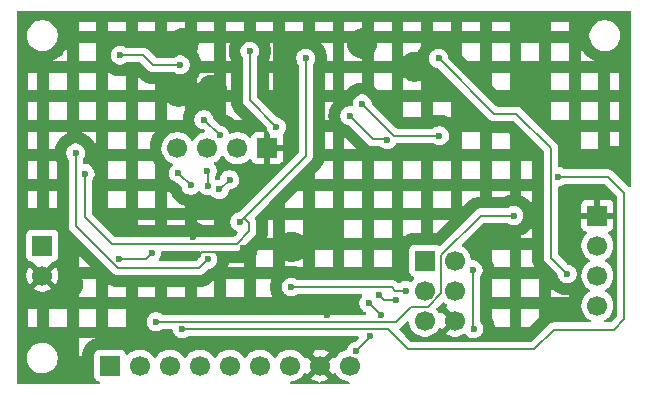
<source format=gbl>
%TF.GenerationSoftware,KiCad,Pcbnew,9.0.2*%
%TF.CreationDate,2025-08-31T01:54:13-04:00*%
%TF.ProjectId,MCU_Datalogger,4d43555f-4461-4746-916c-6f676765722e,1*%
%TF.SameCoordinates,Original*%
%TF.FileFunction,Copper,L2,Bot*%
%TF.FilePolarity,Positive*%
%FSLAX46Y46*%
G04 Gerber Fmt 4.6, Leading zero omitted, Abs format (unit mm)*
G04 Created by KiCad (PCBNEW 9.0.2) date 2025-08-31 01:54:13*
%MOMM*%
%LPD*%
G01*
G04 APERTURE LIST*
%TA.AperFunction,ComponentPad*%
%ADD10C,1.700000*%
%TD*%
%TA.AperFunction,ComponentPad*%
%ADD11R,1.700000X1.700000*%
%TD*%
%TA.AperFunction,ViaPad*%
%ADD12C,0.600000*%
%TD*%
%TA.AperFunction,Conductor*%
%ADD13C,0.200000*%
%TD*%
G04 APERTURE END LIST*
D10*
%TO.P,J2,4,Pin_4*%
%TO.N,/TX*%
X105410000Y-116840000D03*
%TO.P,J2,3,Pin_3*%
%TO.N,/RX*%
X107950000Y-116840000D03*
%TO.P,J2,2,Pin_2*%
%TO.N,/Vcc*%
X110490000Y-116840000D03*
D11*
%TO.P,J2,1,Pin_1*%
%TO.N,GND*%
X113030000Y-116840000D03*
%TD*%
D10*
%TO.P,J1,4,Pin_4*%
%TO.N,/SCL*%
X140970000Y-130175000D03*
%TO.P,J1,3,Pin_3*%
%TO.N,/SDA*%
X140970000Y-127635000D03*
%TO.P,J1,2,Pin_2*%
%TO.N,/Vcc*%
X140970000Y-125095000D03*
D11*
%TO.P,J1,1,Pin_1*%
%TO.N,GND*%
X140970000Y-122555000D03*
%TD*%
D10*
%TO.P,J4,6,Pin_6*%
%TO.N,GND*%
X128900000Y-131445000D03*
%TO.P,J4,5,Pin_5*%
%TO.N,/RESET*%
X126360000Y-131445000D03*
%TO.P,J4,4,Pin_4*%
%TO.N,/MOSI*%
X128900000Y-128905000D03*
%TO.P,J4,3,Pin_3*%
%TO.N,/SCK*%
X126360000Y-128905000D03*
%TO.P,J4,2,Pin_2*%
%TO.N,/Vcc*%
X128900000Y-126365000D03*
D11*
%TO.P,J4,1,Pin_1*%
%TO.N,/MISO*%
X126360000Y-126365000D03*
%TD*%
D10*
%TO.P,J3,9,Pin_9*%
%TO.N,/Vcc*%
X120015000Y-135255000D03*
%TO.P,J3,8,Pin_8*%
%TO.N,GND*%
X117475000Y-135255000D03*
%TO.P,J3,7,Pin_7*%
%TO.N,/D8*%
X114935000Y-135255000D03*
%TO.P,J3,6,Pin_6*%
%TO.N,/D7*%
X112395000Y-135255000D03*
%TO.P,J3,5,Pin_5*%
%TO.N,/D6*%
X109855000Y-135255000D03*
%TO.P,J3,4,Pin_4*%
%TO.N,/D5*%
X107315000Y-135255000D03*
%TO.P,J3,3,Pin_3*%
%TO.N,/D4*%
X104775000Y-135255000D03*
%TO.P,J3,2,Pin_2*%
%TO.N,/D3*%
X102235000Y-135255000D03*
D11*
%TO.P,J3,1,Pin_1*%
%TO.N,/D2*%
X99695000Y-135255000D03*
%TD*%
%TO.P,BT1,1,+*%
%TO.N,/Vcc*%
X93980000Y-125095000D03*
D10*
%TO.P,BT1,2,-*%
%TO.N,GND*%
X93980000Y-127635000D03*
%TD*%
D12*
%TO.N,GND*%
X107200000Y-125930000D03*
%TO.N,/SCL*%
X127525000Y-109250000D03*
X138425000Y-127500000D03*
%TO.N,/SCK*%
X96798999Y-117247978D03*
X108000000Y-126250000D03*
%TO.N,/SCL*%
X97600000Y-119000000D03*
X116275000Y-109216000D03*
X110700000Y-123075000D03*
%TO.N,/Vcc*%
X120550000Y-134025000D03*
X121750000Y-132750000D03*
X122625000Y-130950000D03*
X121625000Y-129975000D03*
%TO.N,GND*%
X127650000Y-132900000D03*
X116725000Y-134050000D03*
X118110000Y-130950000D03*
X118250000Y-123550000D03*
X115100000Y-125200000D03*
X96150000Y-128350000D03*
X112350000Y-114800000D03*
X108350000Y-111900000D03*
X105493235Y-112056765D03*
X105950000Y-107950000D03*
X121050000Y-107985000D03*
X125500000Y-109950000D03*
X142350000Y-117900000D03*
X134850000Y-111550000D03*
%TO.N,/RESET*%
X108954391Y-120345609D03*
X109827921Y-119522079D03*
%TO.N,/SDA*%
X111550000Y-108620000D03*
X113800000Y-115050000D03*
%TO.N,/RESET*%
X122500000Y-129300000D03*
X123950000Y-129694000D03*
%TO.N,Net-(U3-X1)*%
X123190000Y-116150000D03*
%TO.N,Net-(U3-X2)*%
X127600000Y-115800000D03*
X121050000Y-113100000D03*
%TO.N,Net-(U3-X1)*%
X120000000Y-114100000D03*
%TO.N,/Vcc*%
X109000000Y-115750000D03*
X107650000Y-114433500D03*
%TO.N,Net-(U3-~{INTA})*%
X100584000Y-108966000D03*
X105650000Y-109800000D03*
%TO.N,/SCK*%
X124745000Y-128905000D03*
X115050000Y-128600000D03*
%TO.N,Net-(U4-PB6)*%
X133900000Y-122550000D03*
X103600000Y-131550000D03*
%TO.N,/Vcc*%
X130450000Y-127154000D03*
X130500000Y-132150000D03*
%TO.N,Net-(U4-PB7)*%
X137650000Y-119250000D03*
X105820000Y-132150000D03*
%TO.N,/RX*%
X107950000Y-118780000D03*
X108000000Y-120050000D03*
%TO.N,/TX*%
X105493735Y-118955735D03*
X106550000Y-120000000D03*
%TO.N,/Vcc*%
X103250000Y-125700000D03*
X100450000Y-126200000D03*
%TO.N,GND*%
X135450000Y-106100000D03*
X106750000Y-124350000D03*
X110950000Y-125300000D03*
X110225000Y-124050000D03*
%TD*%
D13*
%TO.N,/SCL*%
X132200000Y-113925000D02*
X127525000Y-109250000D01*
X134125000Y-113925000D02*
X132200000Y-113925000D01*
X138425000Y-127500000D02*
X137049000Y-126124000D01*
X137049000Y-126124000D02*
X137049000Y-116849000D01*
X137049000Y-116849000D02*
X134125000Y-113925000D01*
%TO.N,/SCK*%
X96798999Y-123398942D02*
X96798999Y-117247978D01*
X100400057Y-127000000D02*
X96798999Y-123398942D01*
X107250000Y-127000000D02*
X100400057Y-127000000D01*
X108000000Y-126250000D02*
X107250000Y-127000000D01*
%TO.N,/SCL*%
X110425000Y-124950000D02*
X111475000Y-123900000D01*
X99850000Y-124950000D02*
X110425000Y-124950000D01*
X111475000Y-123900000D02*
X111475000Y-123175000D01*
X97600000Y-122700000D02*
X99850000Y-124950000D01*
X97600000Y-119000000D02*
X97600000Y-122700000D01*
X111475000Y-123175000D02*
X111037500Y-122737500D01*
X111037500Y-122737500D02*
X116275000Y-117500000D01*
X110700000Y-123075000D02*
X111037500Y-122737500D01*
X116275000Y-117500000D02*
X116275000Y-109216000D01*
%TO.N,/Vcc*%
X121750000Y-132825000D02*
X120550000Y-134025000D01*
X121750000Y-132750000D02*
X121750000Y-132825000D01*
X121625000Y-129975000D02*
X121650000Y-129975000D01*
X121650000Y-129975000D02*
X122625000Y-130950000D01*
%TO.N,Net-(U4-PB6)*%
X131087240Y-122550000D02*
X133900000Y-122550000D01*
X127749000Y-125888240D02*
X131087240Y-122550000D01*
X127749000Y-129143760D02*
X127749000Y-125888240D01*
X126598760Y-130294000D02*
X127749000Y-129143760D01*
X125206000Y-130294000D02*
X126598760Y-130294000D01*
X123950000Y-131550000D02*
X125206000Y-130294000D01*
X103600000Y-131550000D02*
X123950000Y-131550000D01*
%TO.N,Net-(U4-PB7)*%
X143256000Y-131318000D02*
X143256000Y-120650000D01*
X142367000Y-132207000D02*
X143256000Y-131318000D01*
X143256000Y-120650000D02*
X141856000Y-119250000D01*
X137287000Y-132207000D02*
X142367000Y-132207000D01*
X135636000Y-133858000D02*
X137287000Y-132207000D01*
X123260000Y-132150000D02*
X124968000Y-133858000D01*
X124968000Y-133858000D02*
X135636000Y-133858000D01*
X105820000Y-132150000D02*
X123260000Y-132150000D01*
X141856000Y-119250000D02*
X137650000Y-119250000D01*
%TO.N,/RESET*%
X109004391Y-120345609D02*
X109827921Y-119522079D01*
X108954391Y-120345609D02*
X109004391Y-120345609D01*
%TO.N,/SDA*%
X111550000Y-112800000D02*
X111550000Y-108620000D01*
X113800000Y-115050000D02*
X111550000Y-112800000D01*
%TO.N,/RESET*%
X122894000Y-129694000D02*
X122500000Y-129300000D01*
X123950000Y-129694000D02*
X122894000Y-129694000D01*
%TO.N,Net-(U3-X1)*%
X122000000Y-116100000D02*
X120000000Y-114100000D01*
X123140000Y-116100000D02*
X122000000Y-116100000D01*
X123190000Y-116150000D02*
X123140000Y-116100000D01*
%TO.N,Net-(U3-X2)*%
X123750000Y-115800000D02*
X127600000Y-115800000D01*
X121050000Y-113100000D02*
X123750000Y-115800000D01*
%TO.N,/Vcc*%
X107650000Y-114433500D02*
X107683500Y-114433500D01*
X107683500Y-114433500D02*
X109000000Y-115750000D01*
%TO.N,Net-(U3-~{INTA})*%
X103350000Y-109800000D02*
X105650000Y-109800000D01*
X100584000Y-108966000D02*
X102516000Y-108966000D01*
X102516000Y-108966000D02*
X103350000Y-109800000D01*
%TO.N,/SCK*%
X123550000Y-128600000D02*
X115050000Y-128600000D01*
X124745000Y-128905000D02*
X123855000Y-128905000D01*
X123855000Y-128905000D02*
X123550000Y-128600000D01*
%TO.N,/Vcc*%
X130500000Y-132150000D02*
X130450000Y-132100000D01*
X130450000Y-132100000D02*
X130450000Y-127154000D01*
%TO.N,Net-(U4-PB7)*%
X137668000Y-119268000D02*
X137650000Y-119250000D01*
%TO.N,/RX*%
X108000000Y-120050000D02*
X108000000Y-118830000D01*
X108000000Y-118830000D02*
X107950000Y-118780000D01*
%TO.N,/TX*%
X105664000Y-119126000D02*
X105493735Y-118955735D01*
X105676000Y-119126000D02*
X105664000Y-119126000D01*
X106550000Y-120000000D02*
X105676000Y-119126000D01*
%TO.N,/Vcc*%
X102750000Y-126200000D02*
X103250000Y-125700000D01*
X100450000Y-126200000D02*
X102750000Y-126200000D01*
%TO.N,GND*%
X107200000Y-125930000D02*
X107481000Y-125649000D01*
X107481000Y-125649000D02*
X110601000Y-125649000D01*
X110601000Y-125649000D02*
X110950000Y-125300000D01*
X107050000Y-124050000D02*
X106750000Y-124350000D01*
X110225000Y-124050000D02*
X107050000Y-124050000D01*
%TD*%
%TA.AperFunction,Conductor*%
%TO.N,GND*%
G36*
X107339689Y-125570185D02*
G01*
X107385444Y-125622989D01*
X107395388Y-125692147D01*
X107375752Y-125743391D01*
X107290609Y-125870814D01*
X107290602Y-125870827D01*
X107230264Y-126016498D01*
X107230261Y-126016508D01*
X107199361Y-126171850D01*
X107166976Y-126233761D01*
X107165426Y-126235339D01*
X107037582Y-126363182D01*
X106976262Y-126396666D01*
X106949903Y-126399500D01*
X103977350Y-126399500D01*
X103910311Y-126379815D01*
X103864556Y-126327011D01*
X103854612Y-126257853D01*
X103874248Y-126206609D01*
X103959390Y-126079185D01*
X103959390Y-126079184D01*
X103959394Y-126079179D01*
X104019737Y-125933497D01*
X104050500Y-125778842D01*
X104050500Y-125674500D01*
X104070185Y-125607461D01*
X104122989Y-125561706D01*
X104174500Y-125550500D01*
X107272650Y-125550500D01*
X107339689Y-125570185D01*
G37*
%TD.AperFunction*%
%TA.AperFunction,Conductor*%
G36*
X143742539Y-105220185D02*
G01*
X143788294Y-105272989D01*
X143799500Y-105324500D01*
X143799500Y-120044903D01*
X143779815Y-120111942D01*
X143727011Y-120157697D01*
X143657853Y-120167641D01*
X143594297Y-120138616D01*
X143587819Y-120132584D01*
X142343590Y-118888355D01*
X142343588Y-118888352D01*
X142224717Y-118769481D01*
X142224709Y-118769475D01*
X142106379Y-118701158D01*
X142106379Y-118701157D01*
X142106374Y-118701156D01*
X142099887Y-118697410D01*
X142087786Y-118690423D01*
X142049603Y-118680192D01*
X141935057Y-118649499D01*
X141776943Y-118649499D01*
X141769347Y-118649499D01*
X141769331Y-118649500D01*
X138229766Y-118649500D01*
X138162727Y-118629815D01*
X138160875Y-118628602D01*
X138029185Y-118540609D01*
X138029172Y-118540602D01*
X137883501Y-118480264D01*
X137883491Y-118480261D01*
X137749308Y-118453570D01*
X137687397Y-118421185D01*
X137652823Y-118360469D01*
X137649500Y-118331953D01*
X137649500Y-116950500D01*
X139548500Y-116950500D01*
X141050500Y-116950500D01*
X141050500Y-116658919D01*
X142048500Y-116658919D01*
X142061310Y-116655844D01*
X142240095Y-116627527D01*
X142259493Y-116626000D01*
X142440507Y-116626000D01*
X142459905Y-116627527D01*
X142638690Y-116655844D01*
X142657610Y-116660386D01*
X142801500Y-116707138D01*
X142801500Y-115448500D01*
X142048500Y-115448500D01*
X142048500Y-116658919D01*
X141050500Y-116658919D01*
X141050500Y-115448500D01*
X139548500Y-115448500D01*
X139548500Y-116950500D01*
X137649500Y-116950500D01*
X137649500Y-116769945D01*
X137649500Y-116769943D01*
X137608577Y-116617216D01*
X137563181Y-116538587D01*
X137529524Y-116480290D01*
X137529521Y-116480286D01*
X137529520Y-116480284D01*
X137417716Y-116368480D01*
X137417715Y-116368479D01*
X137413385Y-116364149D01*
X137413374Y-116364139D01*
X135499735Y-114450500D01*
X137048500Y-114450500D01*
X138550500Y-114450500D01*
X139548500Y-114450500D01*
X141050500Y-114450500D01*
X142048500Y-114450500D01*
X142801500Y-114450500D01*
X142801500Y-112948500D01*
X142048500Y-112948500D01*
X142048500Y-114450500D01*
X141050500Y-114450500D01*
X141050500Y-112948500D01*
X139548500Y-112948500D01*
X139548500Y-114450500D01*
X138550500Y-114450500D01*
X138550500Y-112948500D01*
X137048500Y-112948500D01*
X137048500Y-114450500D01*
X135499735Y-114450500D01*
X134612590Y-113563355D01*
X134612588Y-113563352D01*
X134493717Y-113444481D01*
X134493709Y-113444475D01*
X134400404Y-113390606D01*
X134400402Y-113390605D01*
X134356790Y-113365425D01*
X134356789Y-113365424D01*
X134344263Y-113362067D01*
X134204057Y-113324499D01*
X134045943Y-113324499D01*
X134038347Y-113324499D01*
X134038331Y-113324500D01*
X132500097Y-113324500D01*
X132433058Y-113304815D01*
X132412416Y-113288181D01*
X130637116Y-111512881D01*
X132048500Y-111512881D01*
X132486119Y-111950500D01*
X133550500Y-111950500D01*
X137048500Y-111950500D01*
X138550500Y-111950500D01*
X139548500Y-111950500D01*
X141050500Y-111950500D01*
X142048500Y-111950500D01*
X142801500Y-111950500D01*
X142801500Y-110448500D01*
X142048500Y-110448500D01*
X142048500Y-111950500D01*
X141050500Y-111950500D01*
X141050500Y-110448500D01*
X139548500Y-110448500D01*
X139548500Y-111950500D01*
X138550500Y-111950500D01*
X138550500Y-110448500D01*
X137048500Y-110448500D01*
X137048500Y-111950500D01*
X133550500Y-111950500D01*
X133550500Y-110448500D01*
X132048500Y-110448500D01*
X132048500Y-111512881D01*
X130637116Y-111512881D01*
X128359574Y-109235339D01*
X128326089Y-109174016D01*
X128325638Y-109171849D01*
X128297474Y-109030263D01*
X128294737Y-109016503D01*
X128293237Y-109012881D01*
X129548500Y-109012881D01*
X129986119Y-109450500D01*
X131050500Y-109450500D01*
X132048500Y-109450500D01*
X133550500Y-109450500D01*
X134548500Y-109450500D01*
X136050500Y-109450500D01*
X137048500Y-109450500D01*
X138550500Y-109450500D01*
X139548500Y-109450500D01*
X140743882Y-109450500D01*
X140742016Y-109449770D01*
X140705800Y-109434772D01*
X140701333Y-109432818D01*
X140674557Y-109420475D01*
X140670173Y-109418349D01*
X140452845Y-109307614D01*
X140448552Y-109305319D01*
X140422856Y-109290929D01*
X140418656Y-109288467D01*
X140385233Y-109267986D01*
X140381131Y-109265361D01*
X140356637Y-109248995D01*
X140352642Y-109246210D01*
X140155304Y-109102837D01*
X140151416Y-109099894D01*
X140128257Y-109081635D01*
X140124492Y-109078545D01*
X140094685Y-109053084D01*
X140091046Y-109049850D01*
X140069441Y-109029876D01*
X140065937Y-109026506D01*
X139893494Y-108854063D01*
X139890124Y-108850559D01*
X139870150Y-108828954D01*
X139866916Y-108825315D01*
X139841455Y-108795508D01*
X139838365Y-108791743D01*
X139820106Y-108768584D01*
X139817163Y-108764696D01*
X139673790Y-108567358D01*
X139671005Y-108563363D01*
X139654639Y-108538869D01*
X139652014Y-108534767D01*
X139631533Y-108501344D01*
X139629071Y-108497144D01*
X139614681Y-108471448D01*
X139612386Y-108467155D01*
X139548500Y-108341772D01*
X139548500Y-109450500D01*
X138550500Y-109450500D01*
X138550500Y-107948500D01*
X137048500Y-107948500D01*
X137048500Y-109450500D01*
X136050500Y-109450500D01*
X136050500Y-107948500D01*
X134548500Y-107948500D01*
X134548500Y-109450500D01*
X133550500Y-109450500D01*
X133550500Y-107948500D01*
X132048500Y-107948500D01*
X132048500Y-109450500D01*
X131050500Y-109450500D01*
X131050500Y-107948500D01*
X129548500Y-107948500D01*
X129548500Y-109012881D01*
X128293237Y-109012881D01*
X128287558Y-108999172D01*
X128234397Y-108870827D01*
X128234390Y-108870814D01*
X128146789Y-108739711D01*
X128146786Y-108739707D01*
X128035292Y-108628213D01*
X128035288Y-108628210D01*
X127904185Y-108540609D01*
X127904172Y-108540602D01*
X127758501Y-108480264D01*
X127758489Y-108480261D01*
X127603845Y-108449500D01*
X127603842Y-108449500D01*
X127446158Y-108449500D01*
X127446155Y-108449500D01*
X127291510Y-108480261D01*
X127291498Y-108480264D01*
X127145827Y-108540602D01*
X127145814Y-108540609D01*
X127014711Y-108628210D01*
X127014707Y-108628213D01*
X126903213Y-108739707D01*
X126903210Y-108739711D01*
X126815609Y-108870814D01*
X126815602Y-108870827D01*
X126755264Y-109016498D01*
X126755261Y-109016510D01*
X126724500Y-109171153D01*
X126724500Y-109328846D01*
X126755261Y-109483489D01*
X126755264Y-109483501D01*
X126815602Y-109629172D01*
X126815609Y-109629185D01*
X126903210Y-109760288D01*
X126903213Y-109760292D01*
X127014707Y-109871786D01*
X127014711Y-109871789D01*
X127145814Y-109959390D01*
X127145827Y-109959397D01*
X127291498Y-110019735D01*
X127291503Y-110019737D01*
X127356147Y-110032595D01*
X127446849Y-110050638D01*
X127508760Y-110083023D01*
X127510339Y-110084574D01*
X131715139Y-114289374D01*
X131715149Y-114289385D01*
X131719479Y-114293715D01*
X131719480Y-114293716D01*
X131831284Y-114405520D01*
X131831286Y-114405521D01*
X131831290Y-114405524D01*
X131909192Y-114450500D01*
X131968216Y-114484577D01*
X132071837Y-114512342D01*
X132120942Y-114525500D01*
X132120943Y-114525500D01*
X133824903Y-114525500D01*
X133891942Y-114545185D01*
X133912584Y-114561819D01*
X136412181Y-117061416D01*
X136445666Y-117122739D01*
X136448500Y-117149097D01*
X136448500Y-126037330D01*
X136448499Y-126037348D01*
X136448499Y-126203054D01*
X136448498Y-126203054D01*
X136489424Y-126355789D01*
X136489425Y-126355790D01*
X136514661Y-126399499D01*
X136514662Y-126399501D01*
X136568475Y-126492709D01*
X136568481Y-126492717D01*
X136687349Y-126611585D01*
X136687355Y-126611590D01*
X137590425Y-127514660D01*
X137623910Y-127575983D01*
X137624361Y-127578149D01*
X137655261Y-127733491D01*
X137655264Y-127733501D01*
X137715602Y-127879172D01*
X137715609Y-127879185D01*
X137803210Y-128010288D01*
X137803213Y-128010292D01*
X137914707Y-128121786D01*
X137914711Y-128121789D01*
X138045814Y-128209390D01*
X138045827Y-128209397D01*
X138187746Y-128268181D01*
X138191503Y-128269737D01*
X138304462Y-128292206D01*
X138346153Y-128300499D01*
X138346156Y-128300500D01*
X138346158Y-128300500D01*
X138503844Y-128300500D01*
X138503845Y-128300499D01*
X138658497Y-128269737D01*
X138776592Y-128220821D01*
X138804172Y-128209397D01*
X138804172Y-128209396D01*
X138804179Y-128209394D01*
X138935289Y-128121789D01*
X139046789Y-128010289D01*
X139134394Y-127879179D01*
X139194737Y-127733497D01*
X139225500Y-127578842D01*
X139225500Y-127421158D01*
X139225500Y-127421155D01*
X139225499Y-127421153D01*
X139218803Y-127387489D01*
X139194737Y-127266503D01*
X139180794Y-127232842D01*
X139134397Y-127120827D01*
X139134390Y-127120814D01*
X139046789Y-126989711D01*
X139046786Y-126989707D01*
X138935292Y-126878213D01*
X138935288Y-126878210D01*
X138804185Y-126790609D01*
X138804172Y-126790602D01*
X138658501Y-126730264D01*
X138658491Y-126730261D01*
X138503149Y-126699361D01*
X138441238Y-126666976D01*
X138439660Y-126665425D01*
X137685819Y-125911584D01*
X137652334Y-125850261D01*
X137649500Y-125823903D01*
X137649500Y-120168046D01*
X137669185Y-120101007D01*
X137721989Y-120055252D01*
X137749309Y-120046429D01*
X137778848Y-120040552D01*
X137883497Y-120019737D01*
X138029179Y-119959394D01*
X138116186Y-119901258D01*
X138160875Y-119871398D01*
X138227553Y-119850520D01*
X138229766Y-119850500D01*
X141555903Y-119850500D01*
X141622942Y-119870185D01*
X141643584Y-119886819D01*
X142619181Y-120862416D01*
X142652666Y-120923739D01*
X142655500Y-120950097D01*
X142655500Y-131017903D01*
X142635815Y-131084942D01*
X142619181Y-131105584D01*
X142154584Y-131570181D01*
X142093261Y-131603666D01*
X142066903Y-131606500D01*
X141651752Y-131606500D01*
X141584713Y-131586815D01*
X141538958Y-131534011D01*
X141529014Y-131464853D01*
X141558039Y-131401297D01*
X141595457Y-131372015D01*
X141606728Y-131366272D01*
X141677816Y-131330051D01*
X141799171Y-131241882D01*
X141849786Y-131205109D01*
X141849788Y-131205106D01*
X141849792Y-131205104D01*
X142000104Y-131054792D01*
X142000106Y-131054788D01*
X142000109Y-131054786D01*
X142125048Y-130882820D01*
X142125047Y-130882820D01*
X142125051Y-130882816D01*
X142221557Y-130693412D01*
X142287246Y-130491243D01*
X142320500Y-130281287D01*
X142320500Y-130068713D01*
X142287246Y-129858757D01*
X142221557Y-129656588D01*
X142125051Y-129467184D01*
X142125049Y-129467181D01*
X142125048Y-129467179D01*
X142000109Y-129295213D01*
X141849786Y-129144890D01*
X141677820Y-129019951D01*
X141677115Y-129019591D01*
X141669054Y-129015485D01*
X141618259Y-128967512D01*
X141601463Y-128899692D01*
X141623999Y-128833556D01*
X141669054Y-128794515D01*
X141677816Y-128790051D01*
X141732572Y-128750269D01*
X141849786Y-128665109D01*
X141849788Y-128665106D01*
X141849792Y-128665104D01*
X142000104Y-128514792D01*
X142000106Y-128514788D01*
X142000109Y-128514786D01*
X142125048Y-128342820D01*
X142125047Y-128342820D01*
X142125051Y-128342816D01*
X142221557Y-128153412D01*
X142287246Y-127951243D01*
X142320500Y-127741287D01*
X142320500Y-127528713D01*
X142287246Y-127318757D01*
X142221557Y-127116588D01*
X142125051Y-126927184D01*
X142125049Y-126927181D01*
X142125048Y-126927179D01*
X142000109Y-126755213D01*
X141849786Y-126604890D01*
X141677820Y-126479951D01*
X141677115Y-126479591D01*
X141669054Y-126475485D01*
X141618259Y-126427512D01*
X141601463Y-126359692D01*
X141623999Y-126293556D01*
X141669054Y-126254515D01*
X141677816Y-126250051D01*
X141742498Y-126203057D01*
X141849786Y-126125109D01*
X141849788Y-126125106D01*
X141849792Y-126125104D01*
X142000104Y-125974792D01*
X142000106Y-125974788D01*
X142000109Y-125974786D01*
X142125048Y-125802820D01*
X142125047Y-125802820D01*
X142125051Y-125802816D01*
X142221557Y-125613412D01*
X142287246Y-125411243D01*
X142320500Y-125201287D01*
X142320500Y-124988713D01*
X142287246Y-124778757D01*
X142221557Y-124576588D01*
X142125051Y-124387184D01*
X142125049Y-124387181D01*
X142125048Y-124387179D01*
X142000109Y-124215213D01*
X141886181Y-124101285D01*
X141852696Y-124039962D01*
X141857680Y-123970270D01*
X141899552Y-123914337D01*
X141930529Y-123897422D01*
X142062086Y-123848354D01*
X142062093Y-123848350D01*
X142177187Y-123762190D01*
X142177190Y-123762187D01*
X142263350Y-123647093D01*
X142263354Y-123647086D01*
X142313596Y-123512379D01*
X142313598Y-123512372D01*
X142319999Y-123452844D01*
X142320000Y-123452827D01*
X142320000Y-122805000D01*
X141403012Y-122805000D01*
X141435925Y-122747993D01*
X141470000Y-122620826D01*
X141470000Y-122489174D01*
X141435925Y-122362007D01*
X141403012Y-122305000D01*
X142320000Y-122305000D01*
X142320000Y-121657172D01*
X142319999Y-121657155D01*
X142313598Y-121597627D01*
X142313596Y-121597620D01*
X142263354Y-121462913D01*
X142263350Y-121462906D01*
X142177190Y-121347812D01*
X142177187Y-121347809D01*
X142062093Y-121261649D01*
X142062086Y-121261645D01*
X141927379Y-121211403D01*
X141927372Y-121211401D01*
X141867844Y-121205000D01*
X141220000Y-121205000D01*
X141220000Y-122121988D01*
X141162993Y-122089075D01*
X141035826Y-122055000D01*
X140904174Y-122055000D01*
X140777007Y-122089075D01*
X140720000Y-122121988D01*
X140720000Y-121205000D01*
X140072155Y-121205000D01*
X140012627Y-121211401D01*
X140012620Y-121211403D01*
X139877913Y-121261645D01*
X139877906Y-121261649D01*
X139762812Y-121347809D01*
X139762809Y-121347812D01*
X139676649Y-121462906D01*
X139676645Y-121462913D01*
X139626403Y-121597620D01*
X139626401Y-121597627D01*
X139620000Y-121657155D01*
X139620000Y-122305000D01*
X140536988Y-122305000D01*
X140504075Y-122362007D01*
X140470000Y-122489174D01*
X140470000Y-122620826D01*
X140504075Y-122747993D01*
X140536988Y-122805000D01*
X139620000Y-122805000D01*
X139620000Y-123452844D01*
X139626401Y-123512372D01*
X139626403Y-123512379D01*
X139676645Y-123647086D01*
X139676649Y-123647093D01*
X139762809Y-123762187D01*
X139762812Y-123762190D01*
X139877906Y-123848350D01*
X139877913Y-123848354D01*
X140009470Y-123897422D01*
X140065404Y-123939293D01*
X140089821Y-124004758D01*
X140074969Y-124073031D01*
X140053819Y-124101285D01*
X139939889Y-124215215D01*
X139814951Y-124387179D01*
X139718444Y-124576585D01*
X139652753Y-124778760D01*
X139619500Y-124988713D01*
X139619500Y-125201286D01*
X139652163Y-125407517D01*
X139652754Y-125411243D01*
X139716509Y-125607461D01*
X139718444Y-125613414D01*
X139814951Y-125802820D01*
X139939890Y-125974786D01*
X140090213Y-126125109D01*
X140262182Y-126250050D01*
X140270946Y-126254516D01*
X140321742Y-126302491D01*
X140338536Y-126370312D01*
X140315998Y-126436447D01*
X140270946Y-126475484D01*
X140262182Y-126479949D01*
X140090213Y-126604890D01*
X139939890Y-126755213D01*
X139814951Y-126927179D01*
X139718444Y-127116585D01*
X139652753Y-127318760D01*
X139636535Y-127421158D01*
X139619500Y-127528713D01*
X139619500Y-127741287D01*
X139620872Y-127749949D01*
X139652735Y-127951127D01*
X139652754Y-127951243D01*
X139716608Y-128147765D01*
X139718444Y-128153414D01*
X139814951Y-128342820D01*
X139939890Y-128514786D01*
X140090213Y-128665109D01*
X140262182Y-128790050D01*
X140270946Y-128794516D01*
X140321742Y-128842491D01*
X140338536Y-128910312D01*
X140315998Y-128976447D01*
X140270946Y-129015484D01*
X140262182Y-129019949D01*
X140090213Y-129144890D01*
X139939890Y-129295213D01*
X139814951Y-129467179D01*
X139718444Y-129656585D01*
X139652753Y-129858760D01*
X139640661Y-129935109D01*
X139619500Y-130068713D01*
X139619500Y-130281287D01*
X139620940Y-130290376D01*
X139651810Y-130485288D01*
X139652754Y-130491243D01*
X139678610Y-130570820D01*
X139718444Y-130693414D01*
X139814951Y-130882820D01*
X139939890Y-131054786D01*
X140090213Y-131205109D01*
X140191601Y-131278770D01*
X140262184Y-131330051D01*
X140322352Y-131360708D01*
X140344543Y-131372015D01*
X140395339Y-131419990D01*
X140412134Y-131487811D01*
X140389597Y-131553946D01*
X140334881Y-131597397D01*
X140288248Y-131606500D01*
X137373670Y-131606500D01*
X137373654Y-131606499D01*
X137366058Y-131606499D01*
X137207943Y-131606499D01*
X137131579Y-131626961D01*
X137055214Y-131647423D01*
X137055209Y-131647426D01*
X136918290Y-131726475D01*
X136918282Y-131726481D01*
X135423584Y-133221181D01*
X135362261Y-133254666D01*
X135335903Y-133257500D01*
X125268098Y-133257500D01*
X125201059Y-133237815D01*
X125180417Y-133221181D01*
X124709736Y-132750500D01*
X124224430Y-132265195D01*
X124190946Y-132203873D01*
X124195930Y-132134182D01*
X124237802Y-132078248D01*
X124250107Y-132070130D01*
X124318716Y-132030520D01*
X124430520Y-131918716D01*
X124430520Y-131918714D01*
X124440724Y-131908511D01*
X124440727Y-131908506D01*
X124808492Y-131540742D01*
X124869814Y-131507258D01*
X124939506Y-131512242D01*
X124995439Y-131554114D01*
X125018645Y-131609026D01*
X125030310Y-131682679D01*
X125042754Y-131761243D01*
X125095343Y-131923096D01*
X125108444Y-131963414D01*
X125204951Y-132152820D01*
X125329890Y-132324786D01*
X125480213Y-132475109D01*
X125652179Y-132600048D01*
X125652181Y-132600049D01*
X125652184Y-132600051D01*
X125841588Y-132696557D01*
X126043757Y-132762246D01*
X126253713Y-132795500D01*
X126253714Y-132795500D01*
X126466286Y-132795500D01*
X126466287Y-132795500D01*
X126676243Y-132762246D01*
X126878412Y-132696557D01*
X127067816Y-132600051D01*
X127089789Y-132584086D01*
X127239786Y-132475109D01*
X127239788Y-132475106D01*
X127239792Y-132475104D01*
X127390104Y-132324792D01*
X127390106Y-132324788D01*
X127390109Y-132324786D01*
X127464068Y-132222989D01*
X127515051Y-132152816D01*
X127519793Y-132143508D01*
X127567763Y-132092711D01*
X127635583Y-132075911D01*
X127701719Y-132098445D01*
X127740763Y-132143500D01*
X127745373Y-132152547D01*
X127784728Y-132206716D01*
X128417037Y-131574408D01*
X128434075Y-131637993D01*
X128499901Y-131752007D01*
X128592993Y-131845099D01*
X128707007Y-131910925D01*
X128770589Y-131927962D01*
X128138282Y-132560269D01*
X128138282Y-132560270D01*
X128192449Y-132599624D01*
X128381782Y-132696095D01*
X128583870Y-132761757D01*
X128793754Y-132795000D01*
X129006246Y-132795000D01*
X129216127Y-132761757D01*
X129216130Y-132761757D01*
X129418217Y-132696095D01*
X129607555Y-132599622D01*
X129658130Y-132562876D01*
X129723936Y-132539395D01*
X129791990Y-132555219D01*
X129834119Y-132594302D01*
X129878210Y-132660288D01*
X129878213Y-132660292D01*
X129989707Y-132771786D01*
X129989711Y-132771789D01*
X130120814Y-132859390D01*
X130120827Y-132859397D01*
X130199894Y-132892147D01*
X130266503Y-132919737D01*
X130412848Y-132948847D01*
X130421153Y-132950499D01*
X130421156Y-132950500D01*
X130421158Y-132950500D01*
X130578844Y-132950500D01*
X130578845Y-132950499D01*
X130733497Y-132919737D01*
X130879179Y-132859394D01*
X131010289Y-132771789D01*
X131121789Y-132660289D01*
X131209394Y-132529179D01*
X131269737Y-132383497D01*
X131300500Y-132228842D01*
X131300500Y-132071158D01*
X131300500Y-132071155D01*
X131300499Y-132071153D01*
X131298338Y-132060288D01*
X131269737Y-131916503D01*
X131266427Y-131908511D01*
X131209397Y-131770827D01*
X131209390Y-131770814D01*
X131121789Y-131639711D01*
X131121786Y-131639707D01*
X131086819Y-131604740D01*
X131053334Y-131543417D01*
X131050500Y-131517059D01*
X131050500Y-131230277D01*
X132048500Y-131230277D01*
X132052817Y-131236738D01*
X132056074Y-131241882D01*
X132075009Y-131273475D01*
X132078008Y-131278770D01*
X132101109Y-131321991D01*
X132103845Y-131327426D01*
X132119586Y-131360708D01*
X132122052Y-131366272D01*
X132201145Y-131557222D01*
X132203335Y-131562899D01*
X132215737Y-131597560D01*
X132217646Y-131603338D01*
X132231872Y-131650233D01*
X132233495Y-131656097D01*
X132242445Y-131691823D01*
X132243779Y-131697765D01*
X132284104Y-131900492D01*
X132285145Y-131906489D01*
X132290549Y-131942920D01*
X132291294Y-131948961D01*
X132291446Y-131950500D01*
X133550500Y-131950500D01*
X134548500Y-131950500D01*
X135282881Y-131950500D01*
X136050500Y-131182879D01*
X136050500Y-130448500D01*
X134548500Y-130448500D01*
X134548500Y-131950500D01*
X133550500Y-131950500D01*
X133550500Y-130448500D01*
X132048500Y-130448500D01*
X132048500Y-131230277D01*
X131050500Y-131230277D01*
X131050500Y-127986890D01*
X132048500Y-127986890D01*
X132048500Y-129450500D01*
X133550500Y-129450500D01*
X134548500Y-129450500D01*
X136050500Y-129450500D01*
X137048500Y-129450500D01*
X138550500Y-129450500D01*
X138550500Y-129297561D01*
X138534425Y-129298351D01*
X138528342Y-129298500D01*
X138321658Y-129298500D01*
X138315575Y-129298351D01*
X138278803Y-129296545D01*
X138272733Y-129296097D01*
X138223961Y-129291294D01*
X138217920Y-129290549D01*
X138181489Y-129285145D01*
X138175492Y-129284104D01*
X137972765Y-129243779D01*
X137966823Y-129242445D01*
X137931097Y-129233495D01*
X137925233Y-129231872D01*
X137878338Y-129217646D01*
X137872560Y-129215737D01*
X137837899Y-129203335D01*
X137832222Y-129201145D01*
X137641272Y-129122052D01*
X137635708Y-129119586D01*
X137602426Y-129103845D01*
X137596991Y-129101109D01*
X137553770Y-129078008D01*
X137548475Y-129075009D01*
X137516882Y-129056074D01*
X137511737Y-129052816D01*
X137339878Y-128937983D01*
X137334902Y-128934478D01*
X137305329Y-128912545D01*
X137300531Y-128908801D01*
X137262649Y-128877712D01*
X137258042Y-128873738D01*
X137230755Y-128849007D01*
X137226346Y-128844809D01*
X137080191Y-128698654D01*
X137075993Y-128694245D01*
X137051262Y-128666958D01*
X137048500Y-128663756D01*
X137048500Y-129450500D01*
X136050500Y-129450500D01*
X136050500Y-127948500D01*
X134548500Y-127948500D01*
X134548500Y-129450500D01*
X133550500Y-129450500D01*
X133550500Y-127948500D01*
X132067123Y-127948500D01*
X132053845Y-127976574D01*
X132051109Y-127982009D01*
X132048500Y-127986890D01*
X131050500Y-127986890D01*
X131050500Y-127733765D01*
X131070185Y-127666726D01*
X131071398Y-127664874D01*
X131103683Y-127616557D01*
X131159394Y-127533179D01*
X131219737Y-127387497D01*
X131250500Y-127232842D01*
X131250500Y-127075158D01*
X131250500Y-127075155D01*
X131250499Y-127075153D01*
X131239476Y-127019737D01*
X131219737Y-126920503D01*
X131210770Y-126898855D01*
X131159397Y-126774827D01*
X131159390Y-126774814D01*
X131071789Y-126643711D01*
X131071786Y-126643707D01*
X130960292Y-126532213D01*
X130960288Y-126532210D01*
X130829185Y-126444609D01*
X130829172Y-126444602D01*
X130683501Y-126384264D01*
X130683489Y-126384261D01*
X130528845Y-126353500D01*
X130528842Y-126353500D01*
X130371418Y-126353500D01*
X130304379Y-126333815D01*
X130293368Y-126321108D01*
X132048500Y-126321108D01*
X132051110Y-126325992D01*
X132053845Y-126331426D01*
X132069586Y-126364708D01*
X132072052Y-126370272D01*
X132151145Y-126561222D01*
X132153335Y-126566899D01*
X132165737Y-126601560D01*
X132167646Y-126607338D01*
X132181872Y-126654233D01*
X132183495Y-126660097D01*
X132192445Y-126695823D01*
X132193779Y-126701765D01*
X132234104Y-126904492D01*
X132235145Y-126910489D01*
X132240549Y-126946920D01*
X132240990Y-126950500D01*
X133550500Y-126950500D01*
X134548500Y-126950500D01*
X135680391Y-126950500D01*
X135650367Y-126898496D01*
X135650366Y-126898494D01*
X135608790Y-126826484D01*
X135604963Y-126819326D01*
X135583237Y-126775269D01*
X135579887Y-126767874D01*
X135554877Y-126707487D01*
X135552020Y-126699896D01*
X135536241Y-126653411D01*
X135533886Y-126645648D01*
X135476049Y-126429799D01*
X135474207Y-126421898D01*
X135464628Y-126373745D01*
X135463306Y-126365741D01*
X135454773Y-126300941D01*
X135453978Y-126292864D01*
X135450765Y-126243854D01*
X135450499Y-126235742D01*
X135450499Y-126016585D01*
X135450500Y-126016546D01*
X135450500Y-125448500D01*
X134548500Y-125448500D01*
X134548500Y-126950500D01*
X133550500Y-126950500D01*
X133550500Y-125448500D01*
X132048500Y-125448500D01*
X132048500Y-126321108D01*
X130293368Y-126321108D01*
X130258624Y-126281011D01*
X130248945Y-126248898D01*
X130248146Y-126243854D01*
X130217246Y-126048757D01*
X130151557Y-125846588D01*
X130055051Y-125657184D01*
X130055049Y-125657181D01*
X130055048Y-125657179D01*
X129930109Y-125485213D01*
X129779786Y-125334890D01*
X129607817Y-125209949D01*
X129540418Y-125175608D01*
X129489621Y-125127634D01*
X129472826Y-125059813D01*
X129495363Y-124993678D01*
X129509025Y-124977448D01*
X130258410Y-124228064D01*
X134548500Y-124228064D01*
X134548500Y-124450500D01*
X135450500Y-124450500D01*
X135450500Y-123466729D01*
X135337983Y-123635122D01*
X135334478Y-123640098D01*
X135312545Y-123669671D01*
X135308801Y-123674469D01*
X135277712Y-123712351D01*
X135273738Y-123716958D01*
X135249007Y-123744245D01*
X135244809Y-123748654D01*
X135098654Y-123894809D01*
X135094245Y-123899007D01*
X135066958Y-123923738D01*
X135062351Y-123927712D01*
X135024469Y-123958801D01*
X135019671Y-123962545D01*
X134990098Y-123984478D01*
X134985122Y-123987983D01*
X134813263Y-124102816D01*
X134808118Y-124106074D01*
X134776525Y-124125009D01*
X134771230Y-124128008D01*
X134728009Y-124151109D01*
X134722574Y-124153845D01*
X134689292Y-124169586D01*
X134683728Y-124172052D01*
X134548500Y-124228064D01*
X130258410Y-124228064D01*
X131299656Y-123186819D01*
X131360979Y-123153334D01*
X131387337Y-123150500D01*
X133320234Y-123150500D01*
X133387273Y-123170185D01*
X133389125Y-123171398D01*
X133520814Y-123259390D01*
X133520827Y-123259397D01*
X133648524Y-123312290D01*
X133666503Y-123319737D01*
X133821153Y-123350499D01*
X133821156Y-123350500D01*
X133821158Y-123350500D01*
X133978844Y-123350500D01*
X133978845Y-123350499D01*
X134133497Y-123319737D01*
X134279179Y-123259394D01*
X134410289Y-123171789D01*
X134521789Y-123060289D01*
X134609394Y-122929179D01*
X134669737Y-122783497D01*
X134700500Y-122628842D01*
X134700500Y-122471158D01*
X134700500Y-122471155D01*
X134700499Y-122471153D01*
X134669738Y-122316510D01*
X134669737Y-122316503D01*
X134665081Y-122305263D01*
X134609397Y-122170827D01*
X134609390Y-122170814D01*
X134521789Y-122039711D01*
X134521786Y-122039707D01*
X134410292Y-121928213D01*
X134410288Y-121928210D01*
X134279185Y-121840609D01*
X134279172Y-121840602D01*
X134133501Y-121780264D01*
X134133489Y-121780261D01*
X133978845Y-121749500D01*
X133978842Y-121749500D01*
X133821158Y-121749500D01*
X133821155Y-121749500D01*
X133666510Y-121780261D01*
X133666498Y-121780264D01*
X133520827Y-121840602D01*
X133520814Y-121840609D01*
X133389125Y-121928602D01*
X133322447Y-121949480D01*
X133320234Y-121949500D01*
X131166297Y-121949500D01*
X131008182Y-121949500D01*
X130855455Y-121990423D01*
X130855454Y-121990423D01*
X130855452Y-121990424D01*
X130855449Y-121990425D01*
X130805336Y-122019359D01*
X130805335Y-122019360D01*
X130770093Y-122039707D01*
X130718525Y-122069479D01*
X130718522Y-122069481D01*
X130606718Y-122181286D01*
X127679553Y-125108450D01*
X127618230Y-125141935D01*
X127548538Y-125136951D01*
X127517562Y-125120036D01*
X127452331Y-125071204D01*
X127452328Y-125071202D01*
X127317482Y-125020908D01*
X127317483Y-125020908D01*
X127257883Y-125014501D01*
X127257881Y-125014500D01*
X127257873Y-125014500D01*
X127257864Y-125014500D01*
X125462129Y-125014500D01*
X125462123Y-125014501D01*
X125402516Y-125020908D01*
X125267671Y-125071202D01*
X125267664Y-125071206D01*
X125152455Y-125157452D01*
X125152452Y-125157455D01*
X125066206Y-125272664D01*
X125066202Y-125272671D01*
X125015908Y-125407517D01*
X125009501Y-125467116D01*
X125009500Y-125467135D01*
X125009500Y-127262870D01*
X125009501Y-127262876D01*
X125015908Y-127322483D01*
X125066202Y-127457328D01*
X125066206Y-127457335D01*
X125152452Y-127572544D01*
X125152455Y-127572547D01*
X125267664Y-127658793D01*
X125267671Y-127658797D01*
X125399082Y-127707810D01*
X125455016Y-127749681D01*
X125479433Y-127815145D01*
X125464582Y-127883418D01*
X125443431Y-127911673D01*
X125329889Y-128025215D01*
X125244603Y-128142602D01*
X125189273Y-128185268D01*
X125119660Y-128191247D01*
X125096833Y-128184278D01*
X124978501Y-128135264D01*
X124978489Y-128135261D01*
X124823845Y-128104500D01*
X124823842Y-128104500D01*
X124666158Y-128104500D01*
X124666155Y-128104500D01*
X124511510Y-128135261D01*
X124511498Y-128135264D01*
X124365827Y-128195602D01*
X124365814Y-128195609D01*
X124234125Y-128283602D01*
X124167447Y-128304480D01*
X124165234Y-128304500D01*
X124155097Y-128304500D01*
X124088058Y-128284815D01*
X124067416Y-128268181D01*
X124037590Y-128238355D01*
X124037588Y-128238352D01*
X123918717Y-128119481D01*
X123918716Y-128119480D01*
X123814960Y-128059577D01*
X123814959Y-128059576D01*
X123781783Y-128040422D01*
X123725003Y-128025208D01*
X123629057Y-127999499D01*
X123470943Y-127999499D01*
X123463347Y-127999499D01*
X123463331Y-127999500D01*
X115629766Y-127999500D01*
X115562727Y-127979815D01*
X115560875Y-127978602D01*
X115429185Y-127890609D01*
X115429172Y-127890602D01*
X115283501Y-127830264D01*
X115283489Y-127830261D01*
X115128845Y-127799500D01*
X115128842Y-127799500D01*
X114971158Y-127799500D01*
X114971155Y-127799500D01*
X114816510Y-127830261D01*
X114816498Y-127830264D01*
X114670827Y-127890602D01*
X114670814Y-127890609D01*
X114539711Y-127978210D01*
X114539707Y-127978213D01*
X114428213Y-128089707D01*
X114428210Y-128089711D01*
X114340609Y-128220814D01*
X114340602Y-128220827D01*
X114280264Y-128366498D01*
X114280261Y-128366510D01*
X114249500Y-128521153D01*
X114249500Y-128678846D01*
X114280261Y-128833489D01*
X114280264Y-128833501D01*
X114340602Y-128979172D01*
X114340609Y-128979185D01*
X114428210Y-129110288D01*
X114428213Y-129110292D01*
X114539707Y-129221786D01*
X114539711Y-129221789D01*
X114670814Y-129309390D01*
X114670827Y-129309397D01*
X114749894Y-129342147D01*
X114816503Y-129369737D01*
X114971153Y-129400499D01*
X114971156Y-129400500D01*
X114971158Y-129400500D01*
X115128844Y-129400500D01*
X115128845Y-129400499D01*
X115283497Y-129369737D01*
X115429179Y-129309394D01*
X115483663Y-129272989D01*
X115560875Y-129221398D01*
X115627553Y-129200520D01*
X115629766Y-129200500D01*
X120968059Y-129200500D01*
X121035098Y-129220185D01*
X121080853Y-129272989D01*
X121090797Y-129342147D01*
X121061772Y-129405703D01*
X121055740Y-129412181D01*
X121003213Y-129464707D01*
X121003210Y-129464711D01*
X120915609Y-129595814D01*
X120915602Y-129595827D01*
X120855264Y-129741498D01*
X120855261Y-129741510D01*
X120824500Y-129896153D01*
X120824500Y-130053846D01*
X120855261Y-130208489D01*
X120855264Y-130208501D01*
X120915602Y-130354172D01*
X120915609Y-130354185D01*
X121003210Y-130485288D01*
X121003213Y-130485292D01*
X121114707Y-130596786D01*
X121114711Y-130596789D01*
X121245814Y-130684390D01*
X121245827Y-130684397D01*
X121309906Y-130710939D01*
X121364310Y-130754779D01*
X121386375Y-130821073D01*
X121369096Y-130888773D01*
X121317959Y-130936384D01*
X121262454Y-130949500D01*
X104179766Y-130949500D01*
X104112727Y-130929815D01*
X104110875Y-130928602D01*
X103979185Y-130840609D01*
X103979172Y-130840602D01*
X103833501Y-130780264D01*
X103833489Y-130780261D01*
X103678845Y-130749500D01*
X103678842Y-130749500D01*
X103521158Y-130749500D01*
X103521155Y-130749500D01*
X103366510Y-130780261D01*
X103366498Y-130780264D01*
X103220827Y-130840602D01*
X103220814Y-130840609D01*
X103089711Y-130928210D01*
X103089707Y-130928213D01*
X102978213Y-131039707D01*
X102978210Y-131039711D01*
X102890609Y-131170814D01*
X102890602Y-131170827D01*
X102830264Y-131316498D01*
X102830261Y-131316510D01*
X102799500Y-131471153D01*
X102799500Y-131628846D01*
X102830261Y-131783489D01*
X102830264Y-131783501D01*
X102890602Y-131929172D01*
X102890609Y-131929185D01*
X102978210Y-132060288D01*
X102978213Y-132060292D01*
X103089707Y-132171786D01*
X103089711Y-132171789D01*
X103220814Y-132259390D01*
X103220827Y-132259397D01*
X103366498Y-132319735D01*
X103366503Y-132319737D01*
X103521153Y-132350499D01*
X103521156Y-132350500D01*
X103521158Y-132350500D01*
X103678844Y-132350500D01*
X103678845Y-132350499D01*
X103833497Y-132319737D01*
X103979179Y-132259394D01*
X103992777Y-132250308D01*
X104110875Y-132171398D01*
X104177553Y-132150520D01*
X104179766Y-132150500D01*
X104902152Y-132150500D01*
X104969191Y-132170185D01*
X105014946Y-132222989D01*
X105023769Y-132250308D01*
X105050261Y-132383491D01*
X105050264Y-132383501D01*
X105110602Y-132529172D01*
X105110609Y-132529185D01*
X105198210Y-132660288D01*
X105198213Y-132660292D01*
X105309707Y-132771786D01*
X105309711Y-132771789D01*
X105440814Y-132859390D01*
X105440827Y-132859397D01*
X105519894Y-132892147D01*
X105586503Y-132919737D01*
X105732848Y-132948847D01*
X105741153Y-132950499D01*
X105741156Y-132950500D01*
X105741158Y-132950500D01*
X105898844Y-132950500D01*
X105898845Y-132950499D01*
X106053497Y-132919737D01*
X106199179Y-132859394D01*
X106222489Y-132843819D01*
X106330875Y-132771398D01*
X106397553Y-132750520D01*
X106399766Y-132750500D01*
X120675903Y-132750500D01*
X120742942Y-132770185D01*
X120788697Y-132822989D01*
X120798641Y-132892147D01*
X120769616Y-132955703D01*
X120763584Y-132962181D01*
X120535339Y-133190425D01*
X120474016Y-133223910D01*
X120471850Y-133224361D01*
X120316508Y-133255261D01*
X120316498Y-133255264D01*
X120170827Y-133315602D01*
X120170814Y-133315609D01*
X120039711Y-133403210D01*
X120039707Y-133403213D01*
X119928213Y-133514707D01*
X119928210Y-133514711D01*
X119840609Y-133645814D01*
X119840602Y-133645827D01*
X119780264Y-133791498D01*
X119780261Y-133791507D01*
X119768971Y-133848267D01*
X119736585Y-133910177D01*
X119685673Y-133942005D01*
X119496583Y-134003444D01*
X119307179Y-134099951D01*
X119135213Y-134224890D01*
X118984890Y-134375213D01*
X118859949Y-134547182D01*
X118855202Y-134556499D01*
X118807227Y-134607293D01*
X118739405Y-134624087D01*
X118673271Y-134601548D01*
X118634234Y-134556495D01*
X118629626Y-134547452D01*
X118590270Y-134493282D01*
X118590269Y-134493282D01*
X117957962Y-135125590D01*
X117940925Y-135062007D01*
X117875099Y-134947993D01*
X117782007Y-134854901D01*
X117667993Y-134789075D01*
X117604409Y-134772037D01*
X118236716Y-134139728D01*
X118182550Y-134100375D01*
X117993217Y-134003904D01*
X117791129Y-133938242D01*
X117581246Y-133905000D01*
X117368754Y-133905000D01*
X117158872Y-133938242D01*
X117158869Y-133938242D01*
X116956782Y-134003904D01*
X116767439Y-134100380D01*
X116713282Y-134139727D01*
X116713282Y-134139728D01*
X117345591Y-134772037D01*
X117282007Y-134789075D01*
X117167993Y-134854901D01*
X117074901Y-134947993D01*
X117009075Y-135062007D01*
X116992037Y-135125591D01*
X116359728Y-134493282D01*
X116359727Y-134493282D01*
X116320380Y-134547440D01*
X116320376Y-134547446D01*
X116315760Y-134556505D01*
X116267781Y-134607297D01*
X116199959Y-134624087D01*
X116133826Y-134601543D01*
X116094794Y-134556493D01*
X116090051Y-134547184D01*
X116090049Y-134547181D01*
X116090048Y-134547179D01*
X115965109Y-134375213D01*
X115814786Y-134224890D01*
X115642820Y-134099951D01*
X115453414Y-134003444D01*
X115453413Y-134003443D01*
X115453412Y-134003443D01*
X115251243Y-133937754D01*
X115251241Y-133937753D01*
X115251240Y-133937753D01*
X115089957Y-133912208D01*
X115041287Y-133904500D01*
X114828713Y-133904500D01*
X114780042Y-133912208D01*
X114618760Y-133937753D01*
X114416585Y-134003444D01*
X114227179Y-134099951D01*
X114055213Y-134224890D01*
X113904890Y-134375213D01*
X113779949Y-134547182D01*
X113775484Y-134555946D01*
X113727509Y-134606742D01*
X113659688Y-134623536D01*
X113593553Y-134600998D01*
X113554516Y-134555946D01*
X113550050Y-134547182D01*
X113425109Y-134375213D01*
X113274786Y-134224890D01*
X113102820Y-134099951D01*
X112913414Y-134003444D01*
X112913413Y-134003443D01*
X112913412Y-134003443D01*
X112711243Y-133937754D01*
X112711241Y-133937753D01*
X112711240Y-133937753D01*
X112549957Y-133912208D01*
X112501287Y-133904500D01*
X112288713Y-133904500D01*
X112240042Y-133912208D01*
X112078760Y-133937753D01*
X111876585Y-134003444D01*
X111687179Y-134099951D01*
X111515213Y-134224890D01*
X111364890Y-134375213D01*
X111239949Y-134547182D01*
X111235484Y-134555946D01*
X111187509Y-134606742D01*
X111119688Y-134623536D01*
X111053553Y-134600998D01*
X111014516Y-134555946D01*
X111010050Y-134547182D01*
X110885109Y-134375213D01*
X110734786Y-134224890D01*
X110562820Y-134099951D01*
X110373414Y-134003444D01*
X110373413Y-134003443D01*
X110373412Y-134003443D01*
X110171243Y-133937754D01*
X110171241Y-133937753D01*
X110171240Y-133937753D01*
X110009957Y-133912208D01*
X109961287Y-133904500D01*
X109748713Y-133904500D01*
X109700042Y-133912208D01*
X109538760Y-133937753D01*
X109336585Y-134003444D01*
X109147179Y-134099951D01*
X108975213Y-134224890D01*
X108824890Y-134375213D01*
X108699949Y-134547182D01*
X108695484Y-134555946D01*
X108647509Y-134606742D01*
X108579688Y-134623536D01*
X108513553Y-134600998D01*
X108474516Y-134555946D01*
X108470050Y-134547182D01*
X108345109Y-134375213D01*
X108194786Y-134224890D01*
X108022820Y-134099951D01*
X107833414Y-134003444D01*
X107833413Y-134003443D01*
X107833412Y-134003443D01*
X107631243Y-133937754D01*
X107631241Y-133937753D01*
X107631240Y-133937753D01*
X107469957Y-133912208D01*
X107421287Y-133904500D01*
X107208713Y-133904500D01*
X107160042Y-133912208D01*
X106998760Y-133937753D01*
X106796585Y-134003444D01*
X106607179Y-134099951D01*
X106435213Y-134224890D01*
X106284890Y-134375213D01*
X106159949Y-134547182D01*
X106155484Y-134555946D01*
X106107509Y-134606742D01*
X106039688Y-134623536D01*
X105973553Y-134600998D01*
X105934516Y-134555946D01*
X105930050Y-134547182D01*
X105805109Y-134375213D01*
X105654786Y-134224890D01*
X105482820Y-134099951D01*
X105293414Y-134003444D01*
X105293413Y-134003443D01*
X105293412Y-134003443D01*
X105091243Y-133937754D01*
X105091241Y-133937753D01*
X105091240Y-133937753D01*
X104929957Y-133912208D01*
X104881287Y-133904500D01*
X104668713Y-133904500D01*
X104620042Y-133912208D01*
X104458760Y-133937753D01*
X104256585Y-134003444D01*
X104067179Y-134099951D01*
X103895213Y-134224890D01*
X103744890Y-134375213D01*
X103619949Y-134547182D01*
X103615484Y-134555946D01*
X103567509Y-134606742D01*
X103499688Y-134623536D01*
X103433553Y-134600998D01*
X103394516Y-134555946D01*
X103390050Y-134547182D01*
X103265109Y-134375213D01*
X103114786Y-134224890D01*
X102942820Y-134099951D01*
X102753414Y-134003444D01*
X102753413Y-134003443D01*
X102753412Y-134003443D01*
X102551243Y-133937754D01*
X102551241Y-133937753D01*
X102551240Y-133937753D01*
X102389957Y-133912208D01*
X102341287Y-133904500D01*
X102128713Y-133904500D01*
X102080042Y-133912208D01*
X101918760Y-133937753D01*
X101716585Y-134003444D01*
X101527179Y-134099951D01*
X101355215Y-134224889D01*
X101241673Y-134338431D01*
X101180350Y-134371915D01*
X101110658Y-134366931D01*
X101054725Y-134325059D01*
X101037810Y-134294082D01*
X100988797Y-134162671D01*
X100988793Y-134162664D01*
X100902547Y-134047455D01*
X100902544Y-134047452D01*
X100787335Y-133961206D01*
X100787328Y-133961202D01*
X100652482Y-133910908D01*
X100652483Y-133910908D01*
X100592883Y-133904501D01*
X100592881Y-133904500D01*
X100592873Y-133904500D01*
X100592864Y-133904500D01*
X98797129Y-133904500D01*
X98797123Y-133904501D01*
X98737516Y-133910908D01*
X98602671Y-133961202D01*
X98602664Y-133961206D01*
X98487455Y-134047452D01*
X98487452Y-134047455D01*
X98401206Y-134162664D01*
X98401202Y-134162671D01*
X98350908Y-134297517D01*
X98344501Y-134357116D01*
X98344500Y-134357135D01*
X98344500Y-136152870D01*
X98344501Y-136152876D01*
X98350908Y-136212483D01*
X98401202Y-136347328D01*
X98401206Y-136347335D01*
X98487452Y-136462544D01*
X98487455Y-136462547D01*
X98602664Y-136548793D01*
X98602671Y-136548797D01*
X98737517Y-136599091D01*
X98737516Y-136599091D01*
X98766534Y-136602211D01*
X98831085Y-136628949D01*
X98870934Y-136686341D01*
X98873427Y-136756166D01*
X98837775Y-136816255D01*
X98775295Y-136847530D01*
X98753279Y-136849500D01*
X91924500Y-136849500D01*
X91857461Y-136829815D01*
X91811706Y-136777011D01*
X91800500Y-136725500D01*
X91800500Y-134517648D01*
X92679500Y-134517648D01*
X92679500Y-134722351D01*
X92711522Y-134924534D01*
X92774781Y-135119223D01*
X92838691Y-135244653D01*
X92843964Y-135255001D01*
X92867715Y-135301613D01*
X92988028Y-135467213D01*
X93132786Y-135611971D01*
X93276867Y-135716650D01*
X93298390Y-135732287D01*
X93392862Y-135780423D01*
X93480776Y-135825218D01*
X93480778Y-135825218D01*
X93480781Y-135825220D01*
X93561663Y-135851500D01*
X93675465Y-135888477D01*
X93717944Y-135895205D01*
X93877648Y-135920500D01*
X93877649Y-135920500D01*
X94082351Y-135920500D01*
X94082352Y-135920500D01*
X94284534Y-135888477D01*
X94479219Y-135825220D01*
X94661610Y-135732287D01*
X94767851Y-135655099D01*
X94827213Y-135611971D01*
X94827215Y-135611968D01*
X94827219Y-135611966D01*
X94971966Y-135467219D01*
X94971968Y-135467215D01*
X94971971Y-135467213D01*
X95048930Y-135361286D01*
X95092287Y-135301610D01*
X95185220Y-135119219D01*
X95248477Y-134924534D01*
X95280500Y-134722352D01*
X95280500Y-134517648D01*
X95269865Y-134450500D01*
X97048500Y-134450500D01*
X97346500Y-134450500D01*
X97346500Y-134343752D01*
X97346545Y-134340428D01*
X97347084Y-134320327D01*
X97347217Y-134317007D01*
X97348649Y-134290320D01*
X97348871Y-134287011D01*
X97350481Y-134267018D01*
X97350792Y-134263715D01*
X97361962Y-134159825D01*
X97363029Y-134152157D01*
X97370936Y-134105971D01*
X97372481Y-134098381D01*
X97386826Y-134037670D01*
X97388842Y-134030191D01*
X97402450Y-133985328D01*
X97404929Y-133977988D01*
X97478587Y-133780498D01*
X97481975Y-133772318D01*
X97504233Y-133723581D01*
X97508195Y-133715667D01*
X97542372Y-133653077D01*
X97546890Y-133645463D01*
X97575854Y-133600396D01*
X97580902Y-133593126D01*
X97709886Y-133420827D01*
X97715439Y-133413936D01*
X97750519Y-133373451D01*
X97756551Y-133366972D01*
X97806972Y-133316551D01*
X97813451Y-133310519D01*
X97853936Y-133275439D01*
X97860827Y-133269886D01*
X98033126Y-133140902D01*
X98040396Y-133135854D01*
X98085463Y-133106890D01*
X98093077Y-133102372D01*
X98155667Y-133068195D01*
X98163581Y-133064233D01*
X98212318Y-133041975D01*
X98220498Y-133038587D01*
X98417982Y-132964931D01*
X98425321Y-132962452D01*
X98470172Y-132948847D01*
X98471459Y-132948500D01*
X97048500Y-132948500D01*
X97048500Y-134450500D01*
X95269865Y-134450500D01*
X95257418Y-134371915D01*
X95248477Y-134315465D01*
X95198830Y-134162669D01*
X95185220Y-134120781D01*
X95185218Y-134120778D01*
X95185218Y-134120776D01*
X95125668Y-134003904D01*
X95092287Y-133938390D01*
X95068028Y-133905000D01*
X94971971Y-133772786D01*
X94827213Y-133628028D01*
X94661613Y-133507715D01*
X94661612Y-133507714D01*
X94661610Y-133507713D01*
X94566779Y-133459394D01*
X94479223Y-133414781D01*
X94284534Y-133351522D01*
X94109995Y-133323878D01*
X94082352Y-133319500D01*
X93877648Y-133319500D01*
X93853329Y-133323351D01*
X93675465Y-133351522D01*
X93480776Y-133414781D01*
X93298386Y-133507715D01*
X93132786Y-133628028D01*
X92988028Y-133772786D01*
X92867715Y-133938386D01*
X92774781Y-134120776D01*
X92711522Y-134315465D01*
X92679500Y-134517648D01*
X91800500Y-134517648D01*
X91800500Y-131950500D01*
X92798500Y-131950500D01*
X93550500Y-131950500D01*
X94548500Y-131950500D01*
X96050500Y-131950500D01*
X97048500Y-131950500D01*
X98550500Y-131950500D01*
X99548500Y-131950500D01*
X101050500Y-131950500D01*
X101050500Y-130448500D01*
X99548500Y-130448500D01*
X99548500Y-131950500D01*
X98550500Y-131950500D01*
X98550500Y-130448500D01*
X97048500Y-130448500D01*
X97048500Y-131950500D01*
X96050500Y-131950500D01*
X96050500Y-130448500D01*
X94548500Y-130448500D01*
X94548500Y-131950500D01*
X93550500Y-131950500D01*
X93550500Y-130448500D01*
X92798500Y-130448500D01*
X92798500Y-131950500D01*
X91800500Y-131950500D01*
X91800500Y-129253208D01*
X97048500Y-129253208D01*
X97048500Y-129450500D01*
X98550500Y-129450500D01*
X99548500Y-129450500D01*
X101050500Y-129450500D01*
X102048500Y-129450500D01*
X103550500Y-129450500D01*
X104548500Y-129450500D01*
X106050500Y-129450500D01*
X106050500Y-128598500D01*
X107048500Y-128598500D01*
X107048500Y-129450500D01*
X108550500Y-129450500D01*
X109548500Y-129450500D01*
X111050500Y-129450500D01*
X112048500Y-129450500D01*
X113460912Y-129450500D01*
X113448891Y-129428009D01*
X113446155Y-129422574D01*
X113430414Y-129389292D01*
X113427948Y-129383728D01*
X113348855Y-129192778D01*
X113346665Y-129187101D01*
X113334263Y-129152440D01*
X113332354Y-129146662D01*
X113318128Y-129099767D01*
X113316505Y-129093903D01*
X113307555Y-129058177D01*
X113306221Y-129052235D01*
X113265896Y-128849508D01*
X113264855Y-128843511D01*
X113259451Y-128807080D01*
X113258706Y-128801039D01*
X113253903Y-128752267D01*
X113253455Y-128746197D01*
X113251649Y-128709425D01*
X113251500Y-128703342D01*
X113251500Y-128496658D01*
X113251649Y-128490575D01*
X113253455Y-128453803D01*
X113253903Y-128447733D01*
X113258706Y-128398961D01*
X113259451Y-128392920D01*
X113264855Y-128356489D01*
X113265896Y-128350492D01*
X113306221Y-128147765D01*
X113307555Y-128141823D01*
X113316505Y-128106097D01*
X113318128Y-128100233D01*
X113332354Y-128053338D01*
X113334263Y-128047560D01*
X113346665Y-128012899D01*
X113348855Y-128007222D01*
X113373178Y-127948500D01*
X112048500Y-127948500D01*
X112048500Y-129450500D01*
X111050500Y-129450500D01*
X111050500Y-127948500D01*
X109548500Y-127948500D01*
X109548500Y-129450500D01*
X108550500Y-129450500D01*
X108550500Y-127966378D01*
X108546663Y-127967646D01*
X108541364Y-127969253D01*
X108489190Y-128021426D01*
X108489174Y-128021447D01*
X108301295Y-128209328D01*
X108295368Y-128214879D01*
X108258430Y-128247270D01*
X108252156Y-128252418D01*
X108200297Y-128292206D01*
X108193703Y-128296931D01*
X108152886Y-128324202D01*
X108145996Y-128328486D01*
X108030940Y-128394909D01*
X108030928Y-128394918D01*
X107952506Y-128440198D01*
X107945349Y-128444024D01*
X107901295Y-128465750D01*
X107893901Y-128469100D01*
X107833509Y-128494115D01*
X107825916Y-128496973D01*
X107779419Y-128512757D01*
X107771654Y-128515113D01*
X107555798Y-128572952D01*
X107547895Y-128574794D01*
X107499743Y-128584372D01*
X107491741Y-128585694D01*
X107426941Y-128594227D01*
X107418864Y-128595022D01*
X107369854Y-128598235D01*
X107361742Y-128598501D01*
X107140015Y-128598501D01*
X107139983Y-128598500D01*
X107048500Y-128598500D01*
X106050500Y-128598500D01*
X104548500Y-128598500D01*
X104548500Y-129450500D01*
X103550500Y-129450500D01*
X103550500Y-128598500D01*
X102048500Y-128598500D01*
X102048500Y-129450500D01*
X101050500Y-129450500D01*
X101050500Y-128598500D01*
X100288317Y-128598500D01*
X100280207Y-128598235D01*
X100231201Y-128595023D01*
X100223122Y-128594227D01*
X100158322Y-128585694D01*
X100150318Y-128584372D01*
X100102164Y-128574793D01*
X100094264Y-128572951D01*
X99878407Y-128515113D01*
X99870641Y-128512757D01*
X99824143Y-128496973D01*
X99816551Y-128494116D01*
X99756162Y-128469103D01*
X99748768Y-128465753D01*
X99704721Y-128444031D01*
X99697564Y-128440205D01*
X99619166Y-128394939D01*
X99619161Y-128394938D01*
X99548500Y-128354142D01*
X99548500Y-129450500D01*
X98550500Y-129450500D01*
X98550500Y-127948500D01*
X97359108Y-127948500D01*
X97389614Y-128042390D01*
X97394156Y-128061310D01*
X97422473Y-128240095D01*
X97424000Y-128259493D01*
X97424000Y-128440507D01*
X97422473Y-128459905D01*
X97394156Y-128638690D01*
X97389614Y-128657610D01*
X97333678Y-128829765D01*
X97326232Y-128847742D01*
X97244053Y-129009026D01*
X97233886Y-129025616D01*
X97127489Y-129172060D01*
X97114852Y-129186856D01*
X97048500Y-129253208D01*
X91800500Y-129253208D01*
X91800500Y-124197135D01*
X92629500Y-124197135D01*
X92629500Y-125992870D01*
X92629501Y-125992876D01*
X92635908Y-126052483D01*
X92686202Y-126187328D01*
X92686206Y-126187335D01*
X92772452Y-126302544D01*
X92772455Y-126302547D01*
X92887664Y-126388793D01*
X92887671Y-126388797D01*
X92932618Y-126405561D01*
X93022517Y-126439091D01*
X93082127Y-126445500D01*
X93092685Y-126445499D01*
X93159723Y-126465179D01*
X93180372Y-126481818D01*
X93850591Y-127152037D01*
X93787007Y-127169075D01*
X93672993Y-127234901D01*
X93579901Y-127327993D01*
X93514075Y-127442007D01*
X93497037Y-127505591D01*
X92864728Y-126873282D01*
X92864727Y-126873282D01*
X92825380Y-126927439D01*
X92728904Y-127116782D01*
X92663242Y-127318869D01*
X92663242Y-127318872D01*
X92630000Y-127528753D01*
X92630000Y-127741246D01*
X92663242Y-127951127D01*
X92663242Y-127951130D01*
X92728904Y-128153217D01*
X92825375Y-128342550D01*
X92864728Y-128396716D01*
X93497037Y-127764408D01*
X93514075Y-127827993D01*
X93579901Y-127942007D01*
X93672993Y-128035099D01*
X93787007Y-128100925D01*
X93850590Y-128117962D01*
X93218282Y-128750269D01*
X93218282Y-128750270D01*
X93272449Y-128789624D01*
X93461782Y-128886095D01*
X93663870Y-128951757D01*
X93873754Y-128985000D01*
X94086246Y-128985000D01*
X94296127Y-128951757D01*
X94296130Y-128951757D01*
X94498217Y-128886095D01*
X94687554Y-128789622D01*
X94741716Y-128750270D01*
X94741717Y-128750270D01*
X94109408Y-128117962D01*
X94172993Y-128100925D01*
X94287007Y-128035099D01*
X94380099Y-127942007D01*
X94445925Y-127827993D01*
X94462962Y-127764408D01*
X95095270Y-128396717D01*
X95095270Y-128396716D01*
X95134622Y-128342554D01*
X95231095Y-128153217D01*
X95296757Y-127951130D01*
X95296757Y-127951127D01*
X95330000Y-127741246D01*
X95330000Y-127528753D01*
X95296757Y-127318872D01*
X95296757Y-127318869D01*
X95231095Y-127116782D01*
X95146369Y-126950500D01*
X97048500Y-126950500D01*
X98089938Y-126950500D01*
X97048500Y-125909062D01*
X97048500Y-126950500D01*
X95146369Y-126950500D01*
X95134624Y-126927449D01*
X95095270Y-126873282D01*
X95095269Y-126873282D01*
X94462962Y-127505590D01*
X94445925Y-127442007D01*
X94380099Y-127327993D01*
X94287007Y-127234901D01*
X94172993Y-127169075D01*
X94109409Y-127152037D01*
X94779627Y-126481818D01*
X94840950Y-126448333D01*
X94867307Y-126445499D01*
X94877872Y-126445499D01*
X94937483Y-126439091D01*
X95072331Y-126388796D01*
X95187546Y-126302546D01*
X95273796Y-126187331D01*
X95324091Y-126052483D01*
X95330500Y-125992873D01*
X95330499Y-124197128D01*
X95324091Y-124137517D01*
X95320544Y-124128008D01*
X95273797Y-124002671D01*
X95273793Y-124002664D01*
X95187547Y-123887455D01*
X95187544Y-123887452D01*
X95072335Y-123801206D01*
X95072328Y-123801202D01*
X94937482Y-123750908D01*
X94937483Y-123750908D01*
X94877883Y-123744501D01*
X94877881Y-123744500D01*
X94877873Y-123744500D01*
X94877864Y-123744500D01*
X93082129Y-123744500D01*
X93082123Y-123744501D01*
X93022516Y-123750908D01*
X92887671Y-123801202D01*
X92887664Y-123801206D01*
X92772455Y-123887452D01*
X92772452Y-123887455D01*
X92686206Y-124002664D01*
X92686202Y-124002671D01*
X92635908Y-124137517D01*
X92629501Y-124197116D01*
X92629501Y-124197123D01*
X92629500Y-124197135D01*
X91800500Y-124197135D01*
X91800500Y-121950500D01*
X92798500Y-121950500D01*
X93550500Y-121950500D01*
X94548500Y-121950500D01*
X95200499Y-121950500D01*
X95200499Y-120448500D01*
X94548500Y-120448500D01*
X94548500Y-121950500D01*
X93550500Y-121950500D01*
X93550500Y-120448500D01*
X92798500Y-120448500D01*
X92798500Y-121950500D01*
X91800500Y-121950500D01*
X91800500Y-119450500D01*
X92798500Y-119450500D01*
X93550500Y-119450500D01*
X94548500Y-119450500D01*
X95200499Y-119450500D01*
X95200499Y-118080868D01*
X95197890Y-118075987D01*
X95195154Y-118070552D01*
X95179413Y-118037270D01*
X95176947Y-118031706D01*
X95142483Y-117948500D01*
X94548500Y-117948500D01*
X94548500Y-119450500D01*
X93550500Y-119450500D01*
X93550500Y-117948500D01*
X92798500Y-117948500D01*
X92798500Y-119450500D01*
X91800500Y-119450500D01*
X91800500Y-117169131D01*
X95998499Y-117169131D01*
X95998499Y-117326824D01*
X96029260Y-117481467D01*
X96029263Y-117481479D01*
X96089601Y-117627150D01*
X96089608Y-117627163D01*
X96177601Y-117758852D01*
X96198479Y-117825529D01*
X96198499Y-117827743D01*
X96198499Y-123312272D01*
X96198498Y-123312290D01*
X96198498Y-123477996D01*
X96198497Y-123477996D01*
X96198498Y-123477999D01*
X96239422Y-123630727D01*
X96239423Y-123630728D01*
X96253735Y-123655519D01*
X96253736Y-123655520D01*
X96318474Y-123767651D01*
X96318480Y-123767659D01*
X96437348Y-123886527D01*
X96437354Y-123886532D01*
X99915196Y-127364374D01*
X99915206Y-127364385D01*
X99919536Y-127368715D01*
X99919537Y-127368716D01*
X100031341Y-127480520D01*
X100090475Y-127514660D01*
X100118152Y-127530639D01*
X100118154Y-127530641D01*
X100149494Y-127548735D01*
X100168272Y-127559577D01*
X100321000Y-127600500D01*
X107163331Y-127600500D01*
X107163347Y-127600501D01*
X107170943Y-127600501D01*
X107329054Y-127600501D01*
X107329057Y-127600501D01*
X107481785Y-127559577D01*
X107531904Y-127530639D01*
X107618716Y-127480520D01*
X107730520Y-127368716D01*
X107730520Y-127368714D01*
X107740728Y-127358507D01*
X107740729Y-127358504D01*
X108014661Y-127084572D01*
X108075983Y-127051089D01*
X108078150Y-127050638D01*
X108136085Y-127039113D01*
X108233497Y-127019737D01*
X108379179Y-126959394D01*
X108392490Y-126950500D01*
X109656526Y-126950500D01*
X111050500Y-126950500D01*
X111050500Y-126573213D01*
X111040507Y-126574000D01*
X110859493Y-126574000D01*
X110840095Y-126572473D01*
X110661310Y-126544156D01*
X110642388Y-126539614D01*
X110640826Y-126539106D01*
X110601941Y-126544227D01*
X110593864Y-126545022D01*
X110544854Y-126548235D01*
X110536742Y-126548501D01*
X110315015Y-126548501D01*
X110314983Y-126548500D01*
X109774359Y-126548500D01*
X109743779Y-126702235D01*
X109742445Y-126708177D01*
X109733495Y-126743903D01*
X109731872Y-126749767D01*
X109717646Y-126796662D01*
X109715737Y-126802440D01*
X109703335Y-126837101D01*
X109701145Y-126842778D01*
X109656526Y-126950500D01*
X108392490Y-126950500D01*
X108510289Y-126871789D01*
X108621789Y-126760289D01*
X108709394Y-126629179D01*
X108769737Y-126483497D01*
X108800500Y-126328842D01*
X108800500Y-126171158D01*
X108800500Y-126171155D01*
X108800499Y-126171153D01*
X108782204Y-126079179D01*
X108769737Y-126016503D01*
X108759953Y-125992883D01*
X108742314Y-125950298D01*
X112048500Y-125950298D01*
X112048500Y-126950500D01*
X113550500Y-126950500D01*
X113550500Y-126348840D01*
X114548500Y-126348840D01*
X114548500Y-126868653D01*
X114550233Y-126868128D01*
X114556097Y-126866505D01*
X114591823Y-126857555D01*
X114597765Y-126856221D01*
X114800492Y-126815896D01*
X114806489Y-126814855D01*
X114842920Y-126809451D01*
X114848961Y-126808706D01*
X114897733Y-126803903D01*
X114903803Y-126803455D01*
X114940575Y-126801649D01*
X114946658Y-126801500D01*
X115153342Y-126801500D01*
X115159425Y-126801649D01*
X115196197Y-126803455D01*
X115202267Y-126803903D01*
X115251039Y-126808706D01*
X115257080Y-126809451D01*
X115293511Y-126814855D01*
X115299508Y-126815896D01*
X115502235Y-126856221D01*
X115508177Y-126857555D01*
X115543903Y-126866505D01*
X115549767Y-126868128D01*
X115596662Y-126882354D01*
X115602440Y-126884263D01*
X115637101Y-126896665D01*
X115642778Y-126898855D01*
X115767462Y-126950500D01*
X116050500Y-126950500D01*
X117048500Y-126950500D01*
X118550500Y-126950500D01*
X119548500Y-126950500D01*
X121050500Y-126950500D01*
X122048500Y-126950500D01*
X123550500Y-126950500D01*
X123550500Y-125448500D01*
X122048500Y-125448500D01*
X122048500Y-126950500D01*
X121050500Y-126950500D01*
X121050500Y-125448500D01*
X119548500Y-125448500D01*
X119548500Y-126950500D01*
X118550500Y-126950500D01*
X118550500Y-125448500D01*
X117048500Y-125448500D01*
X117048500Y-126950500D01*
X116050500Y-126950500D01*
X116050500Y-126051208D01*
X115936856Y-126164852D01*
X115922060Y-126177489D01*
X115775616Y-126283886D01*
X115759026Y-126294053D01*
X115597742Y-126376232D01*
X115579765Y-126383678D01*
X115407610Y-126439614D01*
X115388690Y-126444156D01*
X115209905Y-126472473D01*
X115190507Y-126474000D01*
X115009493Y-126474000D01*
X114990095Y-126472473D01*
X114811310Y-126444156D01*
X114792390Y-126439614D01*
X114620235Y-126383678D01*
X114602258Y-126376232D01*
X114548500Y-126348840D01*
X113550500Y-126348840D01*
X113550500Y-125448500D01*
X112216360Y-125448500D01*
X112194156Y-125588690D01*
X112189614Y-125607610D01*
X112133678Y-125779765D01*
X112126232Y-125797742D01*
X112048500Y-125950298D01*
X108742314Y-125950298D01*
X108709397Y-125870827D01*
X108709390Y-125870814D01*
X108624248Y-125743391D01*
X108603370Y-125676714D01*
X108621854Y-125609334D01*
X108673833Y-125562643D01*
X108727350Y-125550500D01*
X110338331Y-125550500D01*
X110338347Y-125550501D01*
X110345943Y-125550501D01*
X110504054Y-125550501D01*
X110504057Y-125550501D01*
X110656785Y-125509577D01*
X110668209Y-125502980D01*
X110710839Y-125478369D01*
X110710840Y-125478368D01*
X110793716Y-125430520D01*
X110905520Y-125318716D01*
X110905520Y-125318714D01*
X110915724Y-125308511D01*
X110915728Y-125308506D01*
X111773734Y-124450500D01*
X113002135Y-124450500D01*
X113550500Y-124450500D01*
X119548500Y-124450500D01*
X121050500Y-124450500D01*
X122048500Y-124450500D01*
X123550500Y-124450500D01*
X123550500Y-124362912D01*
X124548500Y-124362912D01*
X124698126Y-124250902D01*
X124705396Y-124245854D01*
X124750463Y-124216890D01*
X124758077Y-124212372D01*
X124820667Y-124178195D01*
X124828581Y-124174233D01*
X124877318Y-124151975D01*
X124885498Y-124148587D01*
X125082982Y-124074931D01*
X125090321Y-124072452D01*
X125135172Y-124058847D01*
X125142648Y-124056832D01*
X125203363Y-124042484D01*
X125210955Y-124040939D01*
X125257160Y-124033028D01*
X125264833Y-124031959D01*
X125368755Y-124020788D01*
X125372064Y-124020477D01*
X125392101Y-124018865D01*
X125395413Y-124018643D01*
X125422095Y-124017214D01*
X125425413Y-124017081D01*
X125445464Y-124016545D01*
X125448778Y-124016501D01*
X126050500Y-124016500D01*
X127048500Y-124016500D01*
X127271248Y-124016500D01*
X127274572Y-124016545D01*
X127294673Y-124017084D01*
X127297993Y-124017217D01*
X127324680Y-124018649D01*
X127327989Y-124018871D01*
X127347982Y-124020481D01*
X127351285Y-124020792D01*
X127355386Y-124021232D01*
X128428119Y-122948500D01*
X127048500Y-122948500D01*
X127048500Y-124016500D01*
X126050500Y-124016500D01*
X126050500Y-122948500D01*
X124548500Y-122948500D01*
X124548500Y-124362912D01*
X123550500Y-124362912D01*
X123550500Y-122948500D01*
X122048500Y-122948500D01*
X122048500Y-124450500D01*
X121050500Y-124450500D01*
X121050500Y-122948500D01*
X119548500Y-122948500D01*
X119548500Y-124450500D01*
X113550500Y-124450500D01*
X113550500Y-124051159D01*
X114548500Y-124051159D01*
X114602258Y-124023768D01*
X114620235Y-124016322D01*
X114792390Y-123960386D01*
X114811310Y-123955844D01*
X114990095Y-123927527D01*
X115009493Y-123926000D01*
X115190507Y-123926000D01*
X115209905Y-123927527D01*
X115388690Y-123955844D01*
X115407610Y-123960386D01*
X115579765Y-124016322D01*
X115597742Y-124023768D01*
X115759026Y-124105947D01*
X115775616Y-124116114D01*
X115922060Y-124222511D01*
X115936856Y-124235148D01*
X116050500Y-124348792D01*
X116050500Y-122948500D01*
X114548500Y-122948500D01*
X114548500Y-124051159D01*
X113550500Y-124051159D01*
X113550500Y-122948500D01*
X113087117Y-122948500D01*
X113065541Y-122970075D01*
X113069227Y-122998065D01*
X113070023Y-123006144D01*
X113073235Y-123055150D01*
X113073500Y-123063260D01*
X113073500Y-124011741D01*
X113073235Y-124019851D01*
X113070023Y-124068857D01*
X113069227Y-124076936D01*
X113060694Y-124141736D01*
X113059372Y-124149740D01*
X113049793Y-124197894D01*
X113047951Y-124205795D01*
X113008792Y-124351934D01*
X113012781Y-124382224D01*
X113002135Y-124450500D01*
X111773734Y-124450500D01*
X111843713Y-124380521D01*
X111843716Y-124380520D01*
X111955520Y-124268716D01*
X112005639Y-124181904D01*
X112034577Y-124131785D01*
X112075500Y-123979058D01*
X112075500Y-123820943D01*
X112075500Y-123095943D01*
X112034577Y-122943216D01*
X111955520Y-122806284D01*
X111952739Y-122801467D01*
X111936267Y-122733567D01*
X111959120Y-122667540D01*
X111972440Y-122651793D01*
X113137116Y-121487118D01*
X114548500Y-121487118D01*
X114548500Y-121950500D01*
X116050500Y-121950500D01*
X117048500Y-121950500D01*
X118550500Y-121950500D01*
X119548500Y-121950500D01*
X121050500Y-121950500D01*
X122048500Y-121950500D01*
X123550500Y-121950500D01*
X124548500Y-121950500D01*
X126050500Y-121950500D01*
X127048500Y-121950500D01*
X128550500Y-121950500D01*
X128550500Y-121828120D01*
X129548500Y-121828120D01*
X130035937Y-121340683D01*
X130041858Y-121335137D01*
X130078769Y-121302766D01*
X130085039Y-121297620D01*
X130136892Y-121257829D01*
X130143491Y-121253100D01*
X130184330Y-121225812D01*
X130191222Y-121221526D01*
X130306329Y-121155070D01*
X130384756Y-121109789D01*
X130391914Y-121105963D01*
X130435971Y-121084237D01*
X130443365Y-121080887D01*
X130503753Y-121055876D01*
X130511345Y-121053019D01*
X130557831Y-121037240D01*
X130565595Y-121034885D01*
X130781445Y-120977049D01*
X130789345Y-120975207D01*
X130837499Y-120965628D01*
X130845503Y-120964306D01*
X130910304Y-120955773D01*
X130918383Y-120954977D01*
X130967389Y-120951765D01*
X130975499Y-120951500D01*
X131050500Y-120951500D01*
X132048500Y-120951500D01*
X133067110Y-120951500D01*
X133071991Y-120948891D01*
X133077426Y-120946155D01*
X133110708Y-120930414D01*
X133116272Y-120927948D01*
X133251501Y-120871935D01*
X134548500Y-120871935D01*
X134683728Y-120927948D01*
X134689292Y-120930414D01*
X134722574Y-120946155D01*
X134728009Y-120948891D01*
X134771230Y-120971992D01*
X134776525Y-120974991D01*
X134808118Y-120993926D01*
X134813263Y-120997184D01*
X134985122Y-121112017D01*
X134990098Y-121115522D01*
X135019671Y-121137455D01*
X135024469Y-121141199D01*
X135062351Y-121172288D01*
X135066958Y-121176262D01*
X135094245Y-121200993D01*
X135098654Y-121205191D01*
X135244809Y-121351346D01*
X135249007Y-121355755D01*
X135273738Y-121383042D01*
X135277712Y-121387649D01*
X135308801Y-121425531D01*
X135312545Y-121430329D01*
X135334478Y-121459902D01*
X135337983Y-121464878D01*
X135450500Y-121633270D01*
X135450500Y-120448500D01*
X134548500Y-120448500D01*
X134548500Y-120871935D01*
X133251501Y-120871935D01*
X133307222Y-120848855D01*
X133312899Y-120846665D01*
X133347560Y-120834263D01*
X133353338Y-120832354D01*
X133400233Y-120818128D01*
X133406097Y-120816505D01*
X133441823Y-120807555D01*
X133447765Y-120806221D01*
X133550500Y-120785785D01*
X133550500Y-120448500D01*
X132048500Y-120448500D01*
X132048500Y-120951500D01*
X131050500Y-120951500D01*
X131050500Y-120448500D01*
X129548500Y-120448500D01*
X129548500Y-121828120D01*
X128550500Y-121828120D01*
X128550500Y-120448500D01*
X127048500Y-120448500D01*
X127048500Y-121950500D01*
X126050500Y-121950500D01*
X126050500Y-120448500D01*
X124548500Y-120448500D01*
X124548500Y-121950500D01*
X123550500Y-121950500D01*
X123550500Y-120448500D01*
X122048500Y-120448500D01*
X122048500Y-121950500D01*
X121050500Y-121950500D01*
X121050500Y-120448500D01*
X119548500Y-120448500D01*
X119548500Y-121950500D01*
X118550500Y-121950500D01*
X118550500Y-120448500D01*
X117048500Y-120448500D01*
X117048500Y-121950500D01*
X116050500Y-121950500D01*
X116050500Y-120448500D01*
X115587119Y-120448500D01*
X114548500Y-121487118D01*
X113137116Y-121487118D01*
X115637115Y-118987120D01*
X117048500Y-118987120D01*
X117048500Y-119450500D01*
X118550500Y-119450500D01*
X119548500Y-119450500D01*
X121050500Y-119450500D01*
X122048500Y-119450500D01*
X123550500Y-119450500D01*
X124548500Y-119450500D01*
X126050500Y-119450500D01*
X127048500Y-119450500D01*
X128550500Y-119450500D01*
X129548500Y-119450500D01*
X131050500Y-119450500D01*
X132048500Y-119450500D01*
X133550500Y-119450500D01*
X134548500Y-119450500D01*
X135450500Y-119450500D01*
X135450500Y-117948500D01*
X134548500Y-117948500D01*
X134548500Y-119450500D01*
X133550500Y-119450500D01*
X133550500Y-117948500D01*
X132048500Y-117948500D01*
X132048500Y-119450500D01*
X131050500Y-119450500D01*
X131050500Y-117948500D01*
X129548500Y-117948500D01*
X129548500Y-119450500D01*
X128550500Y-119450500D01*
X128550500Y-117948500D01*
X127048500Y-117948500D01*
X127048500Y-119450500D01*
X126050500Y-119450500D01*
X126050500Y-117948500D01*
X124548500Y-117948500D01*
X124548500Y-119450500D01*
X123550500Y-119450500D01*
X123550500Y-117948500D01*
X122048500Y-117948500D01*
X122048500Y-119450500D01*
X121050500Y-119450500D01*
X121050500Y-117948500D01*
X119548500Y-117948500D01*
X119548500Y-119450500D01*
X118550500Y-119450500D01*
X118550500Y-117948500D01*
X117809714Y-117948500D01*
X117790112Y-118021653D01*
X117787757Y-118029415D01*
X117771976Y-118075907D01*
X117769118Y-118083502D01*
X117744108Y-118143884D01*
X117740758Y-118151277D01*
X117719038Y-118195321D01*
X117715214Y-118202476D01*
X117603474Y-118396018D01*
X117599188Y-118402910D01*
X117571900Y-118443749D01*
X117567171Y-118450348D01*
X117527380Y-118502201D01*
X117522235Y-118508470D01*
X117489864Y-118545382D01*
X117484317Y-118551304D01*
X117048500Y-118987120D01*
X115637115Y-118987120D01*
X116755520Y-117868716D01*
X116834577Y-117731784D01*
X116875501Y-117579057D01*
X116875501Y-117420942D01*
X116875501Y-117413347D01*
X116875500Y-117413329D01*
X116875500Y-116950500D01*
X117873500Y-116950500D01*
X118550500Y-116950500D01*
X119548500Y-116950500D01*
X120589881Y-116950500D01*
X119548500Y-115909119D01*
X119548500Y-116950500D01*
X118550500Y-116950500D01*
X118550500Y-115448500D01*
X117873500Y-115448500D01*
X117873500Y-116950500D01*
X116875500Y-116950500D01*
X116875500Y-114450500D01*
X117873500Y-114450500D01*
X118235985Y-114450500D01*
X118215896Y-114349508D01*
X118214855Y-114343511D01*
X118209451Y-114307080D01*
X118208706Y-114301039D01*
X118203903Y-114252267D01*
X118203455Y-114246197D01*
X118201649Y-114209425D01*
X118201500Y-114203342D01*
X118201500Y-114021153D01*
X119199500Y-114021153D01*
X119199500Y-114178846D01*
X119230261Y-114333489D01*
X119230264Y-114333501D01*
X119290602Y-114479172D01*
X119290609Y-114479185D01*
X119378210Y-114610288D01*
X119378213Y-114610292D01*
X119489707Y-114721786D01*
X119489711Y-114721789D01*
X119620814Y-114809390D01*
X119620827Y-114809397D01*
X119766498Y-114869735D01*
X119766503Y-114869737D01*
X119831147Y-114882595D01*
X119921849Y-114900638D01*
X119983760Y-114933023D01*
X119985339Y-114934574D01*
X121515139Y-116464374D01*
X121515149Y-116464385D01*
X121519479Y-116468715D01*
X121519480Y-116468716D01*
X121631284Y-116580520D01*
X121710386Y-116626189D01*
X121768215Y-116659577D01*
X121920943Y-116700500D01*
X122557060Y-116700500D01*
X122624099Y-116720185D01*
X122644742Y-116736820D01*
X122679707Y-116771786D01*
X122679711Y-116771789D01*
X122810814Y-116859390D01*
X122810827Y-116859397D01*
X122956498Y-116919735D01*
X122956503Y-116919737D01*
X123089973Y-116946286D01*
X123111153Y-116950499D01*
X123111156Y-116950500D01*
X123111158Y-116950500D01*
X123268844Y-116950500D01*
X129548500Y-116950500D01*
X131050500Y-116950500D01*
X132048500Y-116950500D01*
X133550500Y-116950500D01*
X133550500Y-115611119D01*
X133462881Y-115523500D01*
X132088258Y-115523500D01*
X132080148Y-115523235D01*
X132048500Y-115521160D01*
X132048500Y-116950500D01*
X131050500Y-116950500D01*
X131050500Y-115448500D01*
X129548500Y-115448500D01*
X129548500Y-116950500D01*
X123268844Y-116950500D01*
X123268845Y-116950499D01*
X123423497Y-116919737D01*
X123569179Y-116859394D01*
X123700289Y-116771789D01*
X123811789Y-116660289D01*
X123899394Y-116529179D01*
X123920987Y-116477047D01*
X123964827Y-116422644D01*
X124031121Y-116400579D01*
X124035548Y-116400500D01*
X127020234Y-116400500D01*
X127087273Y-116420185D01*
X127089125Y-116421398D01*
X127220814Y-116509390D01*
X127220827Y-116509397D01*
X127366498Y-116569735D01*
X127366503Y-116569737D01*
X127503266Y-116596941D01*
X127521153Y-116600499D01*
X127521156Y-116600500D01*
X127521158Y-116600500D01*
X127678844Y-116600500D01*
X127678845Y-116600499D01*
X127833497Y-116569737D01*
X127979179Y-116509394D01*
X128110289Y-116421789D01*
X128221789Y-116310289D01*
X128309394Y-116179179D01*
X128369737Y-116033497D01*
X128400500Y-115878842D01*
X128400500Y-115721158D01*
X128400500Y-115721155D01*
X128400499Y-115721153D01*
X128393298Y-115684951D01*
X128369737Y-115566503D01*
X128367162Y-115560287D01*
X128309397Y-115420827D01*
X128309390Y-115420814D01*
X128221789Y-115289711D01*
X128221786Y-115289707D01*
X128110292Y-115178213D01*
X128110288Y-115178210D01*
X127979185Y-115090609D01*
X127979172Y-115090602D01*
X127833501Y-115030264D01*
X127833489Y-115030261D01*
X127678845Y-114999500D01*
X127678842Y-114999500D01*
X127521158Y-114999500D01*
X127521155Y-114999500D01*
X127366510Y-115030261D01*
X127366498Y-115030264D01*
X127220827Y-115090602D01*
X127220814Y-115090609D01*
X127089125Y-115178602D01*
X127022447Y-115199480D01*
X127020234Y-115199500D01*
X124050098Y-115199500D01*
X123983059Y-115179815D01*
X123962417Y-115163181D01*
X123000736Y-114201500D01*
X124548500Y-114201500D01*
X126050500Y-114201500D01*
X126050500Y-114083952D01*
X127048500Y-114083952D01*
X127053338Y-114082354D01*
X127100233Y-114068128D01*
X127106097Y-114066505D01*
X127141823Y-114057555D01*
X127147765Y-114056221D01*
X127350492Y-114015896D01*
X127356489Y-114014855D01*
X127392920Y-114009451D01*
X127398961Y-114008706D01*
X127447733Y-114003903D01*
X127453803Y-114003455D01*
X127490575Y-114001649D01*
X127496658Y-114001500D01*
X127703342Y-114001500D01*
X127709425Y-114001649D01*
X127746197Y-114003455D01*
X127752267Y-114003903D01*
X127801039Y-114008706D01*
X127807080Y-114009451D01*
X127843511Y-114014855D01*
X127849508Y-114015896D01*
X128052235Y-114056221D01*
X128058177Y-114057555D01*
X128093903Y-114066505D01*
X128099767Y-114068128D01*
X128146662Y-114082354D01*
X128152440Y-114084263D01*
X128187101Y-114096665D01*
X128192778Y-114098855D01*
X128383728Y-114177948D01*
X128389292Y-114180414D01*
X128422574Y-114196155D01*
X128428009Y-114198891D01*
X128471230Y-114221992D01*
X128476525Y-114224991D01*
X128508118Y-114243926D01*
X128513263Y-114247184D01*
X128550500Y-114272065D01*
X128550500Y-112948500D01*
X127048500Y-112948500D01*
X127048500Y-114083952D01*
X126050500Y-114083952D01*
X126050500Y-112948500D01*
X124548500Y-112948500D01*
X124548500Y-114201500D01*
X123000736Y-114201500D01*
X121884573Y-113085337D01*
X121851088Y-113024014D01*
X121850637Y-113021847D01*
X121850499Y-113021153D01*
X121819737Y-112866503D01*
X121759443Y-112720939D01*
X121759397Y-112720827D01*
X121759390Y-112720814D01*
X121671789Y-112589711D01*
X121671786Y-112589707D01*
X121560292Y-112478213D01*
X121560288Y-112478210D01*
X121429185Y-112390609D01*
X121429172Y-112390602D01*
X121283501Y-112330264D01*
X121283489Y-112330261D01*
X121128845Y-112299500D01*
X121128842Y-112299500D01*
X120971158Y-112299500D01*
X120971155Y-112299500D01*
X120816510Y-112330261D01*
X120816498Y-112330264D01*
X120670827Y-112390602D01*
X120670814Y-112390609D01*
X120539711Y-112478210D01*
X120539707Y-112478213D01*
X120428213Y-112589707D01*
X120428210Y-112589711D01*
X120340609Y-112720814D01*
X120340602Y-112720827D01*
X120280264Y-112866498D01*
X120280261Y-112866510D01*
X120249500Y-113021153D01*
X120249500Y-113182351D01*
X120229815Y-113249390D01*
X120177011Y-113295145D01*
X120107853Y-113305089D01*
X120101310Y-113303969D01*
X120078842Y-113299500D01*
X119921158Y-113299500D01*
X119921155Y-113299500D01*
X119766510Y-113330261D01*
X119766498Y-113330264D01*
X119620827Y-113390602D01*
X119620814Y-113390609D01*
X119489711Y-113478210D01*
X119489707Y-113478213D01*
X119378213Y-113589707D01*
X119378210Y-113589711D01*
X119290609Y-113720814D01*
X119290602Y-113720827D01*
X119230264Y-113866498D01*
X119230261Y-113866510D01*
X119199500Y-114021153D01*
X118201500Y-114021153D01*
X118201500Y-113996658D01*
X118201649Y-113990575D01*
X118203455Y-113953803D01*
X118203903Y-113947733D01*
X118208706Y-113898961D01*
X118209451Y-113892920D01*
X118214855Y-113856489D01*
X118215896Y-113850492D01*
X118256221Y-113647765D01*
X118257555Y-113641823D01*
X118266505Y-113606097D01*
X118268128Y-113600233D01*
X118282354Y-113553338D01*
X118284263Y-113547560D01*
X118296665Y-113512899D01*
X118298855Y-113507222D01*
X118377948Y-113316272D01*
X118380414Y-113310708D01*
X118396155Y-113277426D01*
X118398891Y-113271991D01*
X118421992Y-113228770D01*
X118424991Y-113223475D01*
X118443926Y-113191882D01*
X118447184Y-113186737D01*
X118550500Y-113032114D01*
X118550500Y-112948500D01*
X117873500Y-112948500D01*
X117873500Y-114450500D01*
X116875500Y-114450500D01*
X116875500Y-111950500D01*
X117873500Y-111950500D01*
X118550500Y-111950500D01*
X119548500Y-111950500D01*
X119661741Y-111950500D01*
X119672288Y-111937649D01*
X119676262Y-111933042D01*
X119700993Y-111905755D01*
X119705191Y-111901346D01*
X119851346Y-111755191D01*
X119855755Y-111750993D01*
X119883042Y-111726262D01*
X119887649Y-111722288D01*
X119925531Y-111691199D01*
X119930329Y-111687455D01*
X119959902Y-111665522D01*
X119964878Y-111662017D01*
X120051501Y-111604137D01*
X122048500Y-111604137D01*
X122135122Y-111662017D01*
X122140098Y-111665522D01*
X122169671Y-111687455D01*
X122174469Y-111691199D01*
X122212351Y-111722288D01*
X122216958Y-111726262D01*
X122244245Y-111750993D01*
X122248654Y-111755191D01*
X122394809Y-111901346D01*
X122399007Y-111905755D01*
X122423738Y-111933042D01*
X122427712Y-111937649D01*
X122438259Y-111950500D01*
X123550500Y-111950500D01*
X124548500Y-111950500D01*
X126050500Y-111950500D01*
X126050500Y-111099350D01*
X125997742Y-111126232D01*
X125979765Y-111133678D01*
X125807610Y-111189614D01*
X125788690Y-111194156D01*
X125609905Y-111222473D01*
X125590507Y-111224000D01*
X125409493Y-111224000D01*
X125390095Y-111222473D01*
X125211310Y-111194156D01*
X125192390Y-111189614D01*
X125020235Y-111133678D01*
X125002258Y-111126232D01*
X124840974Y-111044053D01*
X124824384Y-111033886D01*
X124677940Y-110927489D01*
X124663144Y-110914852D01*
X124548500Y-110800208D01*
X124548500Y-111950500D01*
X123550500Y-111950500D01*
X123550500Y-110448500D01*
X122048500Y-110448500D01*
X122048500Y-111604137D01*
X120051501Y-111604137D01*
X120136737Y-111547184D01*
X120141882Y-111543926D01*
X120173475Y-111524991D01*
X120178770Y-111521992D01*
X120221991Y-111498891D01*
X120227426Y-111496155D01*
X120260708Y-111480414D01*
X120266272Y-111477948D01*
X120457222Y-111398855D01*
X120462899Y-111396665D01*
X120497560Y-111384263D01*
X120503338Y-111382354D01*
X120550233Y-111368128D01*
X120556097Y-111366505D01*
X120591823Y-111357555D01*
X120597765Y-111356221D01*
X120800492Y-111315896D01*
X120806489Y-111314855D01*
X120842920Y-111309451D01*
X120848961Y-111308706D01*
X120897733Y-111303903D01*
X120903803Y-111303455D01*
X120940575Y-111301649D01*
X120946658Y-111301500D01*
X121050500Y-111301500D01*
X121050500Y-110448500D01*
X119548500Y-110448500D01*
X119548500Y-111950500D01*
X118550500Y-111950500D01*
X118550500Y-110448500D01*
X117873500Y-110448500D01*
X117873500Y-111950500D01*
X116875500Y-111950500D01*
X116875500Y-109795765D01*
X116895185Y-109728726D01*
X116896398Y-109726874D01*
X116984390Y-109595185D01*
X116984390Y-109595184D01*
X116984394Y-109595179D01*
X117044737Y-109449497D01*
X117075500Y-109294842D01*
X117075500Y-109137158D01*
X117075500Y-109137155D01*
X117075499Y-109137153D01*
X117060895Y-109063733D01*
X117044737Y-108982503D01*
X116998480Y-108870827D01*
X116984397Y-108836827D01*
X116984390Y-108836814D01*
X116896789Y-108705711D01*
X116896786Y-108705707D01*
X116785292Y-108594213D01*
X116785288Y-108594210D01*
X116654185Y-108506609D01*
X116654172Y-108506602D01*
X116508501Y-108446264D01*
X116508489Y-108446261D01*
X116353845Y-108415500D01*
X116353842Y-108415500D01*
X116196158Y-108415500D01*
X116196155Y-108415500D01*
X116041510Y-108446261D01*
X116041498Y-108446264D01*
X115895827Y-108506602D01*
X115895814Y-108506609D01*
X115764711Y-108594210D01*
X115764707Y-108594213D01*
X115653213Y-108705707D01*
X115653210Y-108705711D01*
X115565609Y-108836814D01*
X115565602Y-108836827D01*
X115505264Y-108982498D01*
X115505261Y-108982510D01*
X115474500Y-109137153D01*
X115474500Y-109294846D01*
X115505261Y-109449489D01*
X115505264Y-109449501D01*
X115565602Y-109595172D01*
X115565609Y-109595185D01*
X115653602Y-109726874D01*
X115674480Y-109793551D01*
X115674500Y-109795765D01*
X115674500Y-117199902D01*
X115654815Y-117266941D01*
X115638181Y-117287583D01*
X110685339Y-122240425D01*
X110624016Y-122273910D01*
X110621850Y-122274361D01*
X110466508Y-122305261D01*
X110466498Y-122305264D01*
X110320827Y-122365602D01*
X110320814Y-122365609D01*
X110189711Y-122453210D01*
X110189707Y-122453213D01*
X110078213Y-122564707D01*
X110078210Y-122564711D01*
X109990609Y-122695814D01*
X109990602Y-122695827D01*
X109930264Y-122841498D01*
X109930261Y-122841510D01*
X109899500Y-122996153D01*
X109899500Y-123153846D01*
X109930261Y-123308489D01*
X109930264Y-123308501D01*
X109990602Y-123454172D01*
X109990609Y-123454185D01*
X110078210Y-123585288D01*
X110078213Y-123585292D01*
X110189707Y-123696786D01*
X110189711Y-123696789D01*
X110320814Y-123784390D01*
X110320827Y-123784397D01*
X110446741Y-123836552D01*
X110501145Y-123880393D01*
X110523210Y-123946687D01*
X110505931Y-124014386D01*
X110486970Y-124038794D01*
X110212584Y-124313181D01*
X110151261Y-124346666D01*
X110124903Y-124349500D01*
X100150098Y-124349500D01*
X100083059Y-124329815D01*
X100062417Y-124313181D01*
X99100736Y-123351500D01*
X102048500Y-123351500D01*
X103550500Y-123351500D01*
X104548500Y-123351500D01*
X105956859Y-123351500D01*
X106050500Y-123283466D01*
X106050500Y-123108199D01*
X107048500Y-123108199D01*
X107057610Y-123110386D01*
X107229765Y-123166322D01*
X107247742Y-123173768D01*
X107409026Y-123255947D01*
X107425616Y-123266114D01*
X107543141Y-123351500D01*
X108550500Y-123351500D01*
X108550500Y-122948500D01*
X107048500Y-122948500D01*
X107048500Y-123108199D01*
X106050500Y-123108199D01*
X106050500Y-122948500D01*
X104548500Y-122948500D01*
X104548500Y-123351500D01*
X103550500Y-123351500D01*
X103550500Y-122948500D01*
X102048500Y-122948500D01*
X102048500Y-123351500D01*
X99100736Y-123351500D01*
X98236819Y-122487583D01*
X98203334Y-122426260D01*
X98200500Y-122399902D01*
X98200500Y-121950500D01*
X99548500Y-121950500D01*
X101050500Y-121950500D01*
X102048500Y-121950500D01*
X103550500Y-121950500D01*
X104548500Y-121950500D01*
X106050500Y-121950500D01*
X106050500Y-121731945D01*
X106050233Y-121731872D01*
X106003338Y-121717646D01*
X105997560Y-121715737D01*
X105962899Y-121703335D01*
X105957222Y-121701145D01*
X105766272Y-121622052D01*
X105760708Y-121619586D01*
X105727426Y-121603845D01*
X105721991Y-121601109D01*
X105678770Y-121578008D01*
X105673475Y-121575009D01*
X105641882Y-121556074D01*
X105636737Y-121552816D01*
X105464878Y-121437983D01*
X105459902Y-121434478D01*
X105430329Y-121412545D01*
X105425531Y-121408801D01*
X105387649Y-121377712D01*
X105383042Y-121373738D01*
X105355755Y-121349007D01*
X105351346Y-121344809D01*
X105205191Y-121198654D01*
X105200993Y-121194245D01*
X105176262Y-121166958D01*
X105172288Y-121162351D01*
X105141199Y-121124469D01*
X105137455Y-121119671D01*
X105115522Y-121090098D01*
X105112017Y-121085122D01*
X104997184Y-120913263D01*
X104993926Y-120908118D01*
X104974991Y-120876525D01*
X104971992Y-120871230D01*
X104948891Y-120828009D01*
X104946155Y-120822574D01*
X104930414Y-120789292D01*
X104927948Y-120783729D01*
X104870114Y-120644104D01*
X104710007Y-120577787D01*
X104704443Y-120575321D01*
X104671161Y-120559580D01*
X104665726Y-120556844D01*
X104622505Y-120533743D01*
X104617210Y-120530744D01*
X104585617Y-120511809D01*
X104580472Y-120508551D01*
X104548500Y-120487187D01*
X104548500Y-121950500D01*
X103550500Y-121950500D01*
X103550500Y-120448500D01*
X102048500Y-120448500D01*
X102048500Y-121950500D01*
X101050500Y-121950500D01*
X101050500Y-120448500D01*
X99548500Y-120448500D01*
X99548500Y-121950500D01*
X98200500Y-121950500D01*
X98200500Y-119579765D01*
X98220185Y-119512726D01*
X98221398Y-119510874D01*
X98261739Y-119450500D01*
X99548500Y-119450500D01*
X101050500Y-119450500D01*
X102048500Y-119450500D01*
X103550500Y-119450500D01*
X103550500Y-118276125D01*
X103436026Y-118118565D01*
X103433240Y-118114568D01*
X103416874Y-118090073D01*
X103414250Y-118085973D01*
X103393769Y-118052550D01*
X103391307Y-118048350D01*
X103376917Y-118022654D01*
X103374622Y-118018361D01*
X103339026Y-117948500D01*
X102048500Y-117948500D01*
X102048500Y-119450500D01*
X101050500Y-119450500D01*
X101050500Y-117948500D01*
X99548500Y-117948500D01*
X99548500Y-119450500D01*
X98261739Y-119450500D01*
X98309390Y-119379185D01*
X98309390Y-119379184D01*
X98309394Y-119379179D01*
X98369737Y-119233497D01*
X98400500Y-119078842D01*
X98400500Y-118921158D01*
X98400500Y-118921155D01*
X98400499Y-118921153D01*
X98392569Y-118881286D01*
X98369737Y-118766503D01*
X98351129Y-118721579D01*
X98309397Y-118620827D01*
X98309390Y-118620814D01*
X98221789Y-118489711D01*
X98221786Y-118489707D01*
X98110292Y-118378213D01*
X98110288Y-118378210D01*
X97979185Y-118290609D01*
X97979172Y-118290602D01*
X97833501Y-118230264D01*
X97833489Y-118230261D01*
X97678845Y-118199500D01*
X97678842Y-118199500D01*
X97523499Y-118199500D01*
X97456460Y-118179815D01*
X97410705Y-118127011D01*
X97399499Y-118075500D01*
X97399499Y-117827743D01*
X97419184Y-117760704D01*
X97420397Y-117758852D01*
X97434446Y-117737827D01*
X97508393Y-117627157D01*
X97568736Y-117481475D01*
X97599499Y-117326820D01*
X97599499Y-117169136D01*
X97599499Y-117169133D01*
X97599498Y-117169131D01*
X97568737Y-117014488D01*
X97568736Y-117014481D01*
X97568734Y-117014476D01*
X97542235Y-116950500D01*
X99548500Y-116950500D01*
X101050500Y-116950500D01*
X102048500Y-116950500D01*
X103061500Y-116950500D01*
X103061500Y-116733713D01*
X104059500Y-116733713D01*
X104059500Y-116946287D01*
X104092754Y-117156243D01*
X104148179Y-117326824D01*
X104158444Y-117358414D01*
X104254951Y-117547820D01*
X104379890Y-117719786D01*
X104530213Y-117870109D01*
X104702179Y-117995048D01*
X104702181Y-117995049D01*
X104702184Y-117995051D01*
X104891588Y-118091557D01*
X104954326Y-118111942D01*
X105012000Y-118151378D01*
X105039199Y-118215737D01*
X105027285Y-118284583D01*
X104987807Y-118329659D01*
X104988154Y-118330082D01*
X104985605Y-118332173D01*
X104984914Y-118332963D01*
X104983455Y-118333937D01*
X104983442Y-118333948D01*
X104871948Y-118445442D01*
X104871945Y-118445446D01*
X104784344Y-118576549D01*
X104784337Y-118576562D01*
X104723999Y-118722233D01*
X104723996Y-118722245D01*
X104693235Y-118876888D01*
X104693235Y-119034581D01*
X104723996Y-119189224D01*
X104723999Y-119189236D01*
X104784337Y-119334907D01*
X104784344Y-119334920D01*
X104871945Y-119466023D01*
X104871948Y-119466027D01*
X104983442Y-119577521D01*
X104983446Y-119577524D01*
X105114549Y-119665125D01*
X105114562Y-119665132D01*
X105260233Y-119725470D01*
X105260238Y-119725472D01*
X105338101Y-119740960D01*
X105414881Y-119756233D01*
X105414884Y-119756233D01*
X105414893Y-119756235D01*
X105414901Y-119756235D01*
X105417438Y-119756485D01*
X105418692Y-119756991D01*
X105420867Y-119757424D01*
X105420784Y-119757836D01*
X105482227Y-119782642D01*
X105492973Y-119792208D01*
X105715425Y-120014660D01*
X105748910Y-120075983D01*
X105749361Y-120078149D01*
X105780261Y-120233491D01*
X105780264Y-120233501D01*
X105840602Y-120379172D01*
X105840609Y-120379185D01*
X105928210Y-120510288D01*
X105928213Y-120510292D01*
X106039707Y-120621786D01*
X106039711Y-120621789D01*
X106170814Y-120709390D01*
X106170827Y-120709397D01*
X106316498Y-120769735D01*
X106316503Y-120769737D01*
X106471153Y-120800499D01*
X106471156Y-120800500D01*
X106471158Y-120800500D01*
X106628844Y-120800500D01*
X106628845Y-120800499D01*
X106783497Y-120769737D01*
X106929179Y-120709394D01*
X107060289Y-120621789D01*
X107168664Y-120513413D01*
X107229985Y-120479930D01*
X107299677Y-120484914D01*
X107355611Y-120526785D01*
X107359447Y-120532206D01*
X107378212Y-120560291D01*
X107489707Y-120671786D01*
X107489711Y-120671789D01*
X107620814Y-120759390D01*
X107620827Y-120759397D01*
X107766498Y-120819735D01*
X107766503Y-120819737D01*
X107912888Y-120848855D01*
X107921153Y-120850499D01*
X107921156Y-120850500D01*
X107921158Y-120850500D01*
X108078843Y-120850500D01*
X108106763Y-120844946D01*
X108220992Y-120822224D01*
X108290581Y-120828451D01*
X108332863Y-120856160D01*
X108444098Y-120967395D01*
X108444102Y-120967398D01*
X108575205Y-121054999D01*
X108575218Y-121055006D01*
X108647926Y-121085122D01*
X108720894Y-121115346D01*
X108832043Y-121137455D01*
X108875544Y-121146108D01*
X108875547Y-121146109D01*
X108875549Y-121146109D01*
X109033235Y-121146109D01*
X109033236Y-121146108D01*
X109187888Y-121115346D01*
X109300557Y-121068676D01*
X109333563Y-121055006D01*
X109333563Y-121055005D01*
X109333570Y-121055003D01*
X109464680Y-120967398D01*
X109576180Y-120855898D01*
X109663785Y-120724788D01*
X109724128Y-120579106D01*
X109742613Y-120486172D01*
X109774996Y-120424266D01*
X109776548Y-120422686D01*
X109808865Y-120390369D01*
X109842583Y-120356651D01*
X109903905Y-120323167D01*
X109906072Y-120322716D01*
X109906761Y-120322579D01*
X109906763Y-120322579D01*
X110061418Y-120291816D01*
X110207100Y-120231473D01*
X110338210Y-120143868D01*
X110449710Y-120032368D01*
X110537315Y-119901258D01*
X110597658Y-119755576D01*
X110628421Y-119600921D01*
X110628421Y-119443237D01*
X110628421Y-119443234D01*
X110628420Y-119443232D01*
X110624143Y-119421730D01*
X110597658Y-119288582D01*
X110567612Y-119216043D01*
X110537318Y-119142906D01*
X110537311Y-119142893D01*
X110449710Y-119011790D01*
X110449707Y-119011786D01*
X110338213Y-118900292D01*
X110338209Y-118900289D01*
X110207106Y-118812688D01*
X110207093Y-118812681D01*
X110061422Y-118752343D01*
X110061410Y-118752340D01*
X109906766Y-118721579D01*
X109906763Y-118721579D01*
X109749079Y-118721579D01*
X109749076Y-118721579D01*
X109594431Y-118752340D01*
X109594419Y-118752343D01*
X109448748Y-118812681D01*
X109448735Y-118812688D01*
X109317632Y-118900289D01*
X109317628Y-118900292D01*
X109206134Y-119011786D01*
X109206131Y-119011790D01*
X109118530Y-119142893D01*
X109118523Y-119142906D01*
X109058185Y-119288577D01*
X109058182Y-119288587D01*
X109027282Y-119443929D01*
X108994897Y-119505840D01*
X108993378Y-119507386D01*
X108992007Y-119508758D01*
X108930696Y-119542266D01*
X108904294Y-119545109D01*
X108875546Y-119545109D01*
X108748691Y-119570342D01*
X108679100Y-119564115D01*
X108623922Y-119521252D01*
X108600678Y-119455362D01*
X108600500Y-119448725D01*
X108600500Y-119284935D01*
X108620185Y-119217896D01*
X108621366Y-119216090D01*
X108659394Y-119159179D01*
X108719737Y-119013497D01*
X108750500Y-118858842D01*
X108750500Y-118701158D01*
X108750500Y-118701156D01*
X108750500Y-118701155D01*
X108750499Y-118701153D01*
X108748365Y-118690423D01*
X108719737Y-118546503D01*
X108717293Y-118540602D01*
X108659397Y-118400827D01*
X108659390Y-118400814D01*
X108571789Y-118269711D01*
X108571786Y-118269707D01*
X108539558Y-118237479D01*
X108506073Y-118176156D01*
X108511057Y-118106464D01*
X108552929Y-118050531D01*
X108570936Y-118039318D01*
X108657816Y-117995051D01*
X108744478Y-117932088D01*
X108829786Y-117870109D01*
X108829788Y-117870106D01*
X108829792Y-117870104D01*
X108980104Y-117719792D01*
X108980106Y-117719788D01*
X108980109Y-117719786D01*
X109105048Y-117547820D01*
X109105047Y-117547820D01*
X109105051Y-117547816D01*
X109109514Y-117539054D01*
X109157488Y-117488259D01*
X109225308Y-117471463D01*
X109291444Y-117493999D01*
X109330486Y-117539056D01*
X109334951Y-117547820D01*
X109459890Y-117719786D01*
X109610213Y-117870109D01*
X109782179Y-117995048D01*
X109782181Y-117995049D01*
X109782184Y-117995051D01*
X109971588Y-118091557D01*
X110173757Y-118157246D01*
X110383713Y-118190500D01*
X110383714Y-118190500D01*
X110596286Y-118190500D01*
X110596287Y-118190500D01*
X110806243Y-118157246D01*
X111008412Y-118091557D01*
X111197816Y-117995051D01*
X111284478Y-117932088D01*
X111369784Y-117870110D01*
X111369784Y-117870109D01*
X111369792Y-117870104D01*
X111483717Y-117756178D01*
X111545036Y-117722696D01*
X111614728Y-117727680D01*
X111670662Y-117769551D01*
X111687577Y-117800528D01*
X111736646Y-117932088D01*
X111736649Y-117932093D01*
X111822809Y-118047187D01*
X111822812Y-118047190D01*
X111937906Y-118133350D01*
X111937913Y-118133354D01*
X112072620Y-118183596D01*
X112072627Y-118183598D01*
X112132155Y-118189999D01*
X112132172Y-118190000D01*
X112780000Y-118190000D01*
X112780000Y-117273012D01*
X112837007Y-117305925D01*
X112964174Y-117340000D01*
X113095826Y-117340000D01*
X113222993Y-117305925D01*
X113280000Y-117273012D01*
X113280000Y-118190000D01*
X113927828Y-118190000D01*
X113927844Y-118189999D01*
X113987372Y-118183598D01*
X113987379Y-118183596D01*
X114122086Y-118133354D01*
X114122093Y-118133350D01*
X114237187Y-118047190D01*
X114237190Y-118047187D01*
X114323350Y-117932093D01*
X114323354Y-117932086D01*
X114373596Y-117797379D01*
X114373598Y-117797372D01*
X114379999Y-117737844D01*
X114380000Y-117737827D01*
X114380000Y-117090000D01*
X113463012Y-117090000D01*
X113495925Y-117032993D01*
X113530000Y-116905826D01*
X113530000Y-116774174D01*
X113495925Y-116647007D01*
X113463012Y-116590000D01*
X114380000Y-116590000D01*
X114380000Y-115942172D01*
X114379999Y-115942155D01*
X114373598Y-115882627D01*
X114373597Y-115882623D01*
X114326973Y-115757619D01*
X114321989Y-115687927D01*
X114355474Y-115626604D01*
X114421789Y-115560289D01*
X114509394Y-115429179D01*
X114512854Y-115420827D01*
X114567163Y-115289711D01*
X114569737Y-115283497D01*
X114600500Y-115128842D01*
X114600500Y-114971158D01*
X114600500Y-114971155D01*
X114600499Y-114971153D01*
X114596164Y-114949361D01*
X114569737Y-114816503D01*
X114566791Y-114809390D01*
X114509397Y-114670827D01*
X114509390Y-114670814D01*
X114421789Y-114539711D01*
X114421786Y-114539707D01*
X114310292Y-114428213D01*
X114310288Y-114428210D01*
X114179185Y-114340609D01*
X114179172Y-114340602D01*
X114033501Y-114280264D01*
X114033491Y-114280261D01*
X113878151Y-114249362D01*
X113816241Y-114216977D01*
X113814662Y-114215426D01*
X112186819Y-112587583D01*
X112153334Y-112526260D01*
X112150500Y-112499902D01*
X112150500Y-111950500D01*
X113148500Y-111950500D01*
X113550500Y-111950500D01*
X113550500Y-110448500D01*
X113148500Y-110448500D01*
X113148500Y-111950500D01*
X112150500Y-111950500D01*
X112150500Y-109450500D01*
X113149778Y-109450500D01*
X113550500Y-109450500D01*
X113550500Y-107948500D01*
X117550963Y-107948500D01*
X117619809Y-108017346D01*
X117624007Y-108021755D01*
X117648738Y-108049042D01*
X117652712Y-108053649D01*
X117683801Y-108091531D01*
X117687545Y-108096329D01*
X117709478Y-108125902D01*
X117712983Y-108130878D01*
X117827816Y-108302737D01*
X117831074Y-108307882D01*
X117850009Y-108339475D01*
X117853008Y-108344770D01*
X117876109Y-108387991D01*
X117878845Y-108393426D01*
X117894586Y-108426708D01*
X117897052Y-108432272D01*
X117976145Y-108623222D01*
X117978335Y-108628899D01*
X117990737Y-108663560D01*
X117992646Y-108669338D01*
X118006872Y-108716233D01*
X118008495Y-108722097D01*
X118017445Y-108757823D01*
X118018779Y-108763765D01*
X118059104Y-108966492D01*
X118060145Y-108972489D01*
X118065549Y-109008920D01*
X118066294Y-109014961D01*
X118071097Y-109063733D01*
X118071545Y-109069803D01*
X118073351Y-109106575D01*
X118073500Y-109112658D01*
X118073500Y-109319342D01*
X118073351Y-109325425D01*
X118071545Y-109362197D01*
X118071097Y-109368267D01*
X118066294Y-109417039D01*
X118065549Y-109423080D01*
X118061482Y-109450500D01*
X118550500Y-109450500D01*
X119548500Y-109450500D01*
X121050500Y-109450500D01*
X121050500Y-109259000D01*
X120959493Y-109259000D01*
X120940095Y-109257473D01*
X120761310Y-109229156D01*
X120742390Y-109224614D01*
X120570235Y-109168678D01*
X120552258Y-109161232D01*
X120390974Y-109079053D01*
X120374384Y-109068886D01*
X120227940Y-108962489D01*
X120213144Y-108949852D01*
X120085148Y-108821856D01*
X120072511Y-108807060D01*
X120051500Y-108778140D01*
X122048500Y-108778140D01*
X122048500Y-109450500D01*
X123550500Y-109450500D01*
X123550500Y-109099792D01*
X124548500Y-109099792D01*
X124663144Y-108985148D01*
X124677940Y-108972511D01*
X124824384Y-108866114D01*
X124840974Y-108855947D01*
X125002258Y-108773768D01*
X125020235Y-108766322D01*
X125192390Y-108710386D01*
X125211310Y-108705844D01*
X125390095Y-108677527D01*
X125409493Y-108676000D01*
X125590507Y-108676000D01*
X125609905Y-108677527D01*
X125788690Y-108705844D01*
X125805378Y-108709850D01*
X125807354Y-108703338D01*
X125809263Y-108697560D01*
X125821665Y-108662899D01*
X125823855Y-108657222D01*
X125902948Y-108466272D01*
X125905414Y-108460708D01*
X125921155Y-108427426D01*
X125923891Y-108421991D01*
X125946992Y-108378770D01*
X125949991Y-108373475D01*
X125968926Y-108341882D01*
X125972184Y-108336737D01*
X126050500Y-108219529D01*
X126050500Y-107948500D01*
X124548500Y-107948500D01*
X124548500Y-109099792D01*
X123550500Y-109099792D01*
X123550500Y-107948500D01*
X122324000Y-107948500D01*
X122324000Y-108075507D01*
X122322473Y-108094905D01*
X122294156Y-108273690D01*
X122289614Y-108292610D01*
X122233678Y-108464765D01*
X122226232Y-108482742D01*
X122144053Y-108644026D01*
X122133886Y-108660616D01*
X122048500Y-108778140D01*
X120051500Y-108778140D01*
X119966114Y-108660616D01*
X119955947Y-108644026D01*
X119873768Y-108482742D01*
X119866322Y-108464765D01*
X119810386Y-108292610D01*
X119805844Y-108273690D01*
X119777527Y-108094905D01*
X119776000Y-108075507D01*
X119776000Y-107948500D01*
X119548500Y-107948500D01*
X119548500Y-109450500D01*
X118550500Y-109450500D01*
X118550500Y-107948500D01*
X117550963Y-107948500D01*
X113550500Y-107948500D01*
X113218538Y-107948500D01*
X113251145Y-108027222D01*
X113253335Y-108032899D01*
X113265737Y-108067560D01*
X113267646Y-108073338D01*
X113281872Y-108120233D01*
X113283495Y-108126097D01*
X113292445Y-108161823D01*
X113293779Y-108167765D01*
X113334104Y-108370492D01*
X113335145Y-108376489D01*
X113340549Y-108412920D01*
X113341294Y-108418961D01*
X113346097Y-108467733D01*
X113346545Y-108473803D01*
X113348351Y-108510575D01*
X113348500Y-108516658D01*
X113348500Y-108723342D01*
X113348351Y-108729425D01*
X113346545Y-108766197D01*
X113346097Y-108772267D01*
X113341294Y-108821039D01*
X113340549Y-108827080D01*
X113335145Y-108863511D01*
X113334104Y-108869508D01*
X113293779Y-109072235D01*
X113292445Y-109078177D01*
X113283495Y-109113903D01*
X113281872Y-109119767D01*
X113267646Y-109166662D01*
X113265737Y-109172440D01*
X113253335Y-109207101D01*
X113251145Y-109212778D01*
X113172052Y-109403728D01*
X113169586Y-109409292D01*
X113153845Y-109442574D01*
X113151109Y-109448009D01*
X113149778Y-109450500D01*
X112150500Y-109450500D01*
X112150500Y-109199765D01*
X112170185Y-109132726D01*
X112171398Y-109130874D01*
X112178820Y-109119767D01*
X112259394Y-108999179D01*
X112266299Y-108982510D01*
X112290751Y-108923475D01*
X112319737Y-108853497D01*
X112350500Y-108698842D01*
X112350500Y-108541158D01*
X112350500Y-108541155D01*
X112350499Y-108541153D01*
X112333503Y-108455711D01*
X112319737Y-108386503D01*
X112300258Y-108339475D01*
X112259397Y-108240827D01*
X112259390Y-108240814D01*
X112171789Y-108109711D01*
X112171786Y-108109707D01*
X112060292Y-107998213D01*
X112060288Y-107998210D01*
X111929185Y-107910609D01*
X111929172Y-107910602D01*
X111783501Y-107850264D01*
X111783489Y-107850261D01*
X111628845Y-107819500D01*
X111628842Y-107819500D01*
X111471158Y-107819500D01*
X111471155Y-107819500D01*
X111316510Y-107850261D01*
X111316498Y-107850264D01*
X111170827Y-107910602D01*
X111170814Y-107910609D01*
X111039711Y-107998210D01*
X111039707Y-107998213D01*
X110928213Y-108109707D01*
X110928210Y-108109711D01*
X110840609Y-108240814D01*
X110840602Y-108240827D01*
X110780264Y-108386498D01*
X110780261Y-108386510D01*
X110749500Y-108541153D01*
X110749500Y-108698846D01*
X110780261Y-108853489D01*
X110780264Y-108853501D01*
X110840602Y-108999172D01*
X110840609Y-108999185D01*
X110928602Y-109130874D01*
X110949480Y-109197551D01*
X110949500Y-109199765D01*
X110949500Y-112713330D01*
X110949499Y-112713348D01*
X110949499Y-112879054D01*
X110949498Y-112879054D01*
X110990423Y-113031785D01*
X110990424Y-113031788D01*
X110992817Y-113035932D01*
X110992820Y-113035937D01*
X111069477Y-113168712D01*
X111069481Y-113168717D01*
X111188349Y-113287585D01*
X111188355Y-113287590D01*
X112965425Y-115064660D01*
X112998910Y-115125983D01*
X112999361Y-115128149D01*
X113030261Y-115283491D01*
X113030264Y-115283501D01*
X113090602Y-115429172D01*
X113090609Y-115429185D01*
X113178209Y-115560287D01*
X113178210Y-115560288D01*
X113178211Y-115560289D01*
X113243682Y-115625760D01*
X113277166Y-115687081D01*
X113280000Y-115713440D01*
X113280000Y-116406988D01*
X113222993Y-116374075D01*
X113095826Y-116340000D01*
X112964174Y-116340000D01*
X112837007Y-116374075D01*
X112780000Y-116406988D01*
X112780000Y-115490000D01*
X112132155Y-115490000D01*
X112072627Y-115496401D01*
X112072620Y-115496403D01*
X111937913Y-115546645D01*
X111937906Y-115546649D01*
X111822812Y-115632809D01*
X111822809Y-115632812D01*
X111736649Y-115747906D01*
X111736646Y-115747912D01*
X111687577Y-115879471D01*
X111645705Y-115935404D01*
X111580241Y-115959821D01*
X111511968Y-115944969D01*
X111483714Y-115923818D01*
X111369786Y-115809890D01*
X111197820Y-115684951D01*
X111008414Y-115588444D01*
X111008413Y-115588443D01*
X111008412Y-115588443D01*
X110806243Y-115522754D01*
X110806241Y-115522753D01*
X110806240Y-115522753D01*
X110644957Y-115497208D01*
X110596287Y-115489500D01*
X110383713Y-115489500D01*
X110335042Y-115497208D01*
X110173760Y-115522753D01*
X109971584Y-115588444D01*
X109947255Y-115600840D01*
X109878586Y-115613734D01*
X109813846Y-115587455D01*
X109773591Y-115530348D01*
X109770931Y-115520442D01*
X109769735Y-115516498D01*
X109709397Y-115370827D01*
X109709390Y-115370814D01*
X109621789Y-115239711D01*
X109621786Y-115239707D01*
X109510292Y-115128213D01*
X109510288Y-115128210D01*
X109379185Y-115040609D01*
X109379172Y-115040602D01*
X109233501Y-114980264D01*
X109233491Y-114980261D01*
X109078149Y-114949361D01*
X109016238Y-114916976D01*
X109014660Y-114915425D01*
X108476254Y-114377019D01*
X108442769Y-114315696D01*
X108442346Y-114313671D01*
X108419737Y-114200003D01*
X108389891Y-114127948D01*
X108359397Y-114054327D01*
X108359390Y-114054314D01*
X108345122Y-114032961D01*
X109548500Y-114032961D01*
X109552440Y-114034263D01*
X109587101Y-114046665D01*
X109592778Y-114048855D01*
X109783728Y-114127948D01*
X109789292Y-114130414D01*
X109822574Y-114146155D01*
X109828009Y-114148891D01*
X109871230Y-114171992D01*
X109876525Y-114174991D01*
X109908118Y-114193926D01*
X109913263Y-114197184D01*
X110085122Y-114312017D01*
X110090098Y-114315522D01*
X110119671Y-114337455D01*
X110124469Y-114341199D01*
X110162351Y-114372288D01*
X110166958Y-114376262D01*
X110194245Y-114400993D01*
X110198654Y-114405191D01*
X110243963Y-114450500D01*
X110939881Y-114450500D01*
X110508882Y-114019501D01*
X110508851Y-114019473D01*
X110340682Y-113851303D01*
X110335137Y-113845382D01*
X110302766Y-113808471D01*
X110297619Y-113802200D01*
X110257829Y-113750347D01*
X110253102Y-113743750D01*
X110225814Y-113702912D01*
X110221528Y-113696020D01*
X110128526Y-113534936D01*
X110128525Y-113534933D01*
X110109811Y-113502523D01*
X110105985Y-113495367D01*
X110084261Y-113451320D01*
X110080912Y-113443928D01*
X110055893Y-113383533D01*
X110053033Y-113375935D01*
X110037245Y-113329426D01*
X110034889Y-113321661D01*
X109977048Y-113105797D01*
X109975206Y-113097894D01*
X109965628Y-113049742D01*
X109964306Y-113041740D01*
X109955773Y-112976941D01*
X109954978Y-112968864D01*
X109953643Y-112948500D01*
X109548500Y-112948500D01*
X109548500Y-114032961D01*
X108345122Y-114032961D01*
X108271789Y-113923211D01*
X108271786Y-113923207D01*
X108160292Y-113811713D01*
X108160288Y-113811710D01*
X108029185Y-113724109D01*
X108029172Y-113724102D01*
X107883501Y-113663764D01*
X107883489Y-113663761D01*
X107728845Y-113633000D01*
X107728842Y-113633000D01*
X107571158Y-113633000D01*
X107571155Y-113633000D01*
X107416510Y-113663761D01*
X107416498Y-113663764D01*
X107270827Y-113724102D01*
X107270814Y-113724109D01*
X107139711Y-113811710D01*
X107139707Y-113811713D01*
X107028213Y-113923207D01*
X107028210Y-113923211D01*
X106940609Y-114054314D01*
X106940602Y-114054327D01*
X106880264Y-114199998D01*
X106880261Y-114200010D01*
X106849500Y-114354653D01*
X106849500Y-114512346D01*
X106880261Y-114666989D01*
X106880264Y-114667001D01*
X106940602Y-114812672D01*
X106940609Y-114812685D01*
X107028210Y-114943788D01*
X107028213Y-114943792D01*
X107139707Y-115055286D01*
X107139711Y-115055289D01*
X107270814Y-115142890D01*
X107270827Y-115142897D01*
X107407481Y-115199500D01*
X107416503Y-115203237D01*
X107571153Y-115233999D01*
X107571156Y-115234000D01*
X107571158Y-115234000D01*
X107583403Y-115234000D01*
X107650442Y-115253685D01*
X107671084Y-115270319D01*
X107711816Y-115311051D01*
X107745301Y-115372374D01*
X107740317Y-115442066D01*
X107698445Y-115497999D01*
X107643537Y-115521205D01*
X107633757Y-115522754D01*
X107431585Y-115588444D01*
X107242179Y-115684951D01*
X107070213Y-115809890D01*
X106919890Y-115960213D01*
X106794949Y-116132182D01*
X106790484Y-116140946D01*
X106742509Y-116191742D01*
X106674688Y-116208536D01*
X106608553Y-116185998D01*
X106569516Y-116140946D01*
X106565050Y-116132182D01*
X106440109Y-115960213D01*
X106289786Y-115809890D01*
X106117820Y-115684951D01*
X105928414Y-115588444D01*
X105928413Y-115588443D01*
X105928412Y-115588443D01*
X105726243Y-115522754D01*
X105726241Y-115522753D01*
X105726240Y-115522753D01*
X105564957Y-115497208D01*
X105516287Y-115489500D01*
X105303713Y-115489500D01*
X105255042Y-115497208D01*
X105093760Y-115522753D01*
X104891585Y-115588444D01*
X104702179Y-115684951D01*
X104530213Y-115809890D01*
X104379890Y-115960213D01*
X104254951Y-116132179D01*
X104158444Y-116321585D01*
X104092753Y-116523760D01*
X104075002Y-116635835D01*
X104059500Y-116733713D01*
X103061500Y-116733713D01*
X103061500Y-116714103D01*
X103061596Y-116709231D01*
X103062754Y-116679779D01*
X103063041Y-116674914D01*
X103066119Y-116635835D01*
X103066596Y-116630997D01*
X103070056Y-116601764D01*
X103070723Y-116596941D01*
X103110108Y-116348272D01*
X103110964Y-116343477D01*
X103116713Y-116314577D01*
X103117758Y-116309817D01*
X103126911Y-116271700D01*
X103128138Y-116266995D01*
X103136131Y-116238653D01*
X103137545Y-116233993D01*
X103215342Y-115994560D01*
X103216936Y-115989963D01*
X103227121Y-115962353D01*
X103228893Y-115957825D01*
X103243891Y-115921608D01*
X103245846Y-115917139D01*
X103258189Y-115890364D01*
X103260314Y-115885981D01*
X103374622Y-115661639D01*
X103376917Y-115657346D01*
X103391307Y-115631650D01*
X103393769Y-115627450D01*
X103414250Y-115594027D01*
X103416874Y-115589927D01*
X103433240Y-115565432D01*
X103436026Y-115561435D01*
X103518077Y-115448500D01*
X102048500Y-115448500D01*
X102048500Y-116950500D01*
X101050500Y-116950500D01*
X101050500Y-115448500D01*
X99548500Y-115448500D01*
X99548500Y-116950500D01*
X97542235Y-116950500D01*
X97508396Y-116868805D01*
X97508389Y-116868792D01*
X97420788Y-116737689D01*
X97420785Y-116737685D01*
X97309291Y-116626191D01*
X97309286Y-116626187D01*
X97178184Y-116538587D01*
X97178171Y-116538580D01*
X97032500Y-116478242D01*
X97032488Y-116478239D01*
X96877844Y-116447478D01*
X96877841Y-116447478D01*
X96720157Y-116447478D01*
X96720154Y-116447478D01*
X96565509Y-116478239D01*
X96565497Y-116478242D01*
X96419826Y-116538580D01*
X96419813Y-116538587D01*
X96288712Y-116626187D01*
X96288706Y-116626191D01*
X96177212Y-116737685D01*
X96177209Y-116737689D01*
X96089608Y-116868792D01*
X96089601Y-116868805D01*
X96029263Y-117014476D01*
X96029260Y-117014488D01*
X95998499Y-117169131D01*
X91800500Y-117169131D01*
X91800500Y-116950500D01*
X92798500Y-116950500D01*
X93550500Y-116950500D01*
X94548500Y-116950500D01*
X95024437Y-116950500D01*
X95055220Y-116795743D01*
X95056554Y-116789801D01*
X95065504Y-116754075D01*
X95067127Y-116748211D01*
X95081353Y-116701316D01*
X95083262Y-116695538D01*
X95095664Y-116660877D01*
X95097854Y-116655200D01*
X95176947Y-116464250D01*
X95179413Y-116458686D01*
X95195154Y-116425404D01*
X95197890Y-116419969D01*
X95220991Y-116376748D01*
X95223990Y-116371453D01*
X95242925Y-116339860D01*
X95246183Y-116334715D01*
X95361016Y-116162856D01*
X95364521Y-116157880D01*
X95386454Y-116128307D01*
X95390198Y-116123509D01*
X95421287Y-116085627D01*
X95425261Y-116081020D01*
X95449992Y-116053733D01*
X95454190Y-116049324D01*
X95600345Y-115903169D01*
X95604754Y-115898971D01*
X95632041Y-115874240D01*
X95636648Y-115870266D01*
X95674530Y-115839177D01*
X95679328Y-115835433D01*
X95708901Y-115813500D01*
X95713877Y-115809995D01*
X95885736Y-115695162D01*
X95890881Y-115691904D01*
X95922474Y-115672969D01*
X95927769Y-115669970D01*
X95970990Y-115646869D01*
X95976425Y-115644133D01*
X96009707Y-115628392D01*
X96015271Y-115625926D01*
X96050500Y-115611333D01*
X96050500Y-115463872D01*
X97048500Y-115463872D01*
X97048507Y-115463874D01*
X97251234Y-115504199D01*
X97257176Y-115505533D01*
X97292902Y-115514483D01*
X97298766Y-115516106D01*
X97345661Y-115530332D01*
X97351439Y-115532241D01*
X97386100Y-115544643D01*
X97391777Y-115546833D01*
X97582727Y-115625926D01*
X97588291Y-115628392D01*
X97621573Y-115644133D01*
X97627008Y-115646869D01*
X97670229Y-115669970D01*
X97675524Y-115672969D01*
X97707117Y-115691904D01*
X97712262Y-115695162D01*
X97884121Y-115809995D01*
X97889097Y-115813500D01*
X97918670Y-115835433D01*
X97923468Y-115839177D01*
X97961350Y-115870266D01*
X97965957Y-115874240D01*
X97993244Y-115898971D01*
X97997653Y-115903169D01*
X98143808Y-116049324D01*
X98148006Y-116053733D01*
X98172737Y-116081020D01*
X98176711Y-116085627D01*
X98207800Y-116123509D01*
X98211544Y-116128307D01*
X98233477Y-116157880D01*
X98236982Y-116162856D01*
X98351815Y-116334715D01*
X98355073Y-116339860D01*
X98374008Y-116371453D01*
X98377007Y-116376748D01*
X98400108Y-116419969D01*
X98402844Y-116425404D01*
X98418585Y-116458686D01*
X98421051Y-116464250D01*
X98500144Y-116655200D01*
X98502334Y-116660877D01*
X98514736Y-116695538D01*
X98516645Y-116701316D01*
X98530871Y-116748211D01*
X98532494Y-116754075D01*
X98541444Y-116789801D01*
X98542778Y-116795743D01*
X98550500Y-116834564D01*
X98550500Y-115448500D01*
X97048500Y-115448500D01*
X97048500Y-115463872D01*
X96050500Y-115463872D01*
X96050500Y-115448500D01*
X94548500Y-115448500D01*
X94548500Y-116950500D01*
X93550500Y-116950500D01*
X93550500Y-115448500D01*
X92798500Y-115448500D01*
X92798500Y-116950500D01*
X91800500Y-116950500D01*
X91800500Y-114450500D01*
X92798500Y-114450500D01*
X93550500Y-114450500D01*
X94548500Y-114450500D01*
X96050500Y-114450500D01*
X97048500Y-114450500D01*
X98550500Y-114450500D01*
X99548500Y-114450500D01*
X101050500Y-114450500D01*
X102048500Y-114450500D01*
X103550500Y-114450500D01*
X104548500Y-114450500D01*
X105851500Y-114450500D01*
X105851500Y-114330158D01*
X105851649Y-114324075D01*
X105853455Y-114287303D01*
X105853903Y-114281233D01*
X105858706Y-114232461D01*
X105859451Y-114226420D01*
X105864855Y-114189989D01*
X105865896Y-114183992D01*
X105906221Y-113981265D01*
X105907555Y-113975323D01*
X105916505Y-113939597D01*
X105918128Y-113933733D01*
X105932354Y-113886838D01*
X105934263Y-113881060D01*
X105946665Y-113846399D01*
X105948855Y-113840722D01*
X106027948Y-113649772D01*
X106030414Y-113644208D01*
X106046155Y-113610926D01*
X106048890Y-113605492D01*
X106050500Y-113602479D01*
X106050500Y-113202668D01*
X105990977Y-113232997D01*
X105973000Y-113240443D01*
X105800845Y-113296379D01*
X105781925Y-113300921D01*
X105603140Y-113329238D01*
X105583742Y-113330765D01*
X105402728Y-113330765D01*
X105383330Y-113329238D01*
X105204545Y-113300921D01*
X105185625Y-113296379D01*
X105013470Y-113240443D01*
X104995493Y-113232997D01*
X104834209Y-113150818D01*
X104817619Y-113140651D01*
X104671175Y-113034254D01*
X104656379Y-113021617D01*
X104583262Y-112948500D01*
X104548500Y-112948500D01*
X104548500Y-114450500D01*
X103550500Y-114450500D01*
X103550500Y-112948500D01*
X102048500Y-112948500D01*
X102048500Y-114450500D01*
X101050500Y-114450500D01*
X101050500Y-112948500D01*
X99548500Y-112948500D01*
X99548500Y-114450500D01*
X98550500Y-114450500D01*
X98550500Y-112948500D01*
X97048500Y-112948500D01*
X97048500Y-114450500D01*
X96050500Y-114450500D01*
X96050500Y-112948500D01*
X94548500Y-112948500D01*
X94548500Y-114450500D01*
X93550500Y-114450500D01*
X93550500Y-112948500D01*
X92798500Y-112948500D01*
X92798500Y-114450500D01*
X91800500Y-114450500D01*
X91800500Y-111950500D01*
X92798500Y-111950500D01*
X93550500Y-111950500D01*
X94548500Y-111950500D01*
X96050500Y-111950500D01*
X97048500Y-111950500D01*
X98550500Y-111950500D01*
X99548500Y-111950500D01*
X101050500Y-111950500D01*
X102048500Y-111950500D01*
X103550500Y-111950500D01*
X103550500Y-111398500D01*
X103238260Y-111398500D01*
X103230150Y-111398235D01*
X103181144Y-111395023D01*
X103173065Y-111394227D01*
X103108265Y-111385694D01*
X103100261Y-111384372D01*
X103052107Y-111374793D01*
X103044207Y-111372951D01*
X102828350Y-111315113D01*
X102820584Y-111312757D01*
X102774086Y-111296973D01*
X102766494Y-111294116D01*
X102706105Y-111269103D01*
X102698711Y-111265753D01*
X102654664Y-111244031D01*
X102647507Y-111240205D01*
X102569109Y-111194939D01*
X102569104Y-111194938D01*
X102453985Y-111128475D01*
X102447093Y-111124189D01*
X102406252Y-111096900D01*
X102399654Y-111092172D01*
X102347800Y-111052381D01*
X102341529Y-111047234D01*
X102304619Y-111014864D01*
X102298698Y-111009319D01*
X102226399Y-110937020D01*
X107048500Y-110937020D01*
X107048500Y-111950500D01*
X107076000Y-111950500D01*
X107076000Y-111809493D01*
X107077527Y-111790095D01*
X107105844Y-111611310D01*
X107110386Y-111592390D01*
X107151500Y-111465852D01*
X109548500Y-111465852D01*
X109589614Y-111592390D01*
X109594156Y-111611310D01*
X109622473Y-111790095D01*
X109624000Y-111809493D01*
X109624000Y-111950500D01*
X109951500Y-111950500D01*
X109951500Y-110448500D01*
X109548500Y-110448500D01*
X109548500Y-111465852D01*
X107151500Y-111465852D01*
X107166322Y-111420235D01*
X107173768Y-111402258D01*
X107255947Y-111240974D01*
X107266114Y-111224384D01*
X107372511Y-111077940D01*
X107385148Y-111063144D01*
X107513144Y-110935148D01*
X107527940Y-110922511D01*
X107674384Y-110816114D01*
X107690974Y-110805947D01*
X107852258Y-110723768D01*
X107870235Y-110716322D01*
X108042390Y-110660386D01*
X108061310Y-110655844D01*
X108240095Y-110627527D01*
X108259493Y-110626000D01*
X108440507Y-110626000D01*
X108459905Y-110627527D01*
X108550500Y-110641875D01*
X108550500Y-110448500D01*
X107328065Y-110448500D01*
X107272052Y-110583728D01*
X107269586Y-110589292D01*
X107253845Y-110622574D01*
X107251109Y-110628009D01*
X107228008Y-110671230D01*
X107225009Y-110676525D01*
X107206074Y-110708118D01*
X107202816Y-110713263D01*
X107087983Y-110885122D01*
X107084478Y-110890098D01*
X107062545Y-110919671D01*
X107058801Y-110924469D01*
X107048500Y-110937020D01*
X102226399Y-110937020D01*
X102147437Y-110858059D01*
X102147369Y-110857988D01*
X102048500Y-110759119D01*
X102048500Y-111950500D01*
X101050500Y-111950500D01*
X101050500Y-110706359D01*
X101042177Y-110708445D01*
X101036235Y-110709779D01*
X100833508Y-110750104D01*
X100827511Y-110751145D01*
X100791080Y-110756549D01*
X100785039Y-110757294D01*
X100736267Y-110762097D01*
X100730197Y-110762545D01*
X100693425Y-110764351D01*
X100687342Y-110764500D01*
X100480658Y-110764500D01*
X100474575Y-110764351D01*
X100437803Y-110762545D01*
X100431733Y-110762097D01*
X100382961Y-110757294D01*
X100376920Y-110756549D01*
X100340489Y-110751145D01*
X100334492Y-110750104D01*
X100131765Y-110709779D01*
X100125823Y-110708445D01*
X100090097Y-110699495D01*
X100084233Y-110697872D01*
X100037338Y-110683646D01*
X100031560Y-110681737D01*
X99996899Y-110669335D01*
X99991222Y-110667145D01*
X99800272Y-110588052D01*
X99794708Y-110585586D01*
X99761426Y-110569845D01*
X99755991Y-110567109D01*
X99712770Y-110544008D01*
X99707475Y-110541009D01*
X99675882Y-110522074D01*
X99670737Y-110518816D01*
X99565502Y-110448500D01*
X99548500Y-110448500D01*
X99548500Y-111950500D01*
X98550500Y-111950500D01*
X98550500Y-110448500D01*
X97048500Y-110448500D01*
X97048500Y-111950500D01*
X96050500Y-111950500D01*
X96050500Y-110448500D01*
X94548500Y-110448500D01*
X94548500Y-111950500D01*
X93550500Y-111950500D01*
X93550500Y-110448500D01*
X92798500Y-110448500D01*
X92798500Y-111950500D01*
X91800500Y-111950500D01*
X91800500Y-109450500D01*
X94841118Y-109450500D01*
X96050500Y-109450500D01*
X97048500Y-109450500D01*
X98550500Y-109450500D01*
X98550500Y-108887153D01*
X99783500Y-108887153D01*
X99783500Y-109044846D01*
X99814261Y-109199489D01*
X99814264Y-109199500D01*
X99874602Y-109345172D01*
X99874609Y-109345185D01*
X99962210Y-109476288D01*
X99962213Y-109476292D01*
X100073707Y-109587786D01*
X100073711Y-109587789D01*
X100204814Y-109675390D01*
X100204827Y-109675397D01*
X100333577Y-109728726D01*
X100350503Y-109735737D01*
X100505153Y-109766499D01*
X100505156Y-109766500D01*
X100505158Y-109766500D01*
X100662844Y-109766500D01*
X100662845Y-109766499D01*
X100817497Y-109735737D01*
X100963179Y-109675394D01*
X101032355Y-109629172D01*
X101094875Y-109587398D01*
X101161553Y-109566520D01*
X101163766Y-109566500D01*
X102215903Y-109566500D01*
X102282942Y-109586185D01*
X102303584Y-109602819D01*
X102865139Y-110164374D01*
X102865149Y-110164385D01*
X102869479Y-110168715D01*
X102869480Y-110168716D01*
X102981284Y-110280520D01*
X103032845Y-110310288D01*
X103068095Y-110330639D01*
X103068097Y-110330641D01*
X103106151Y-110352611D01*
X103118215Y-110359577D01*
X103270943Y-110400500D01*
X103429057Y-110400500D01*
X105070234Y-110400500D01*
X105137273Y-110420185D01*
X105139125Y-110421398D01*
X105270814Y-110509390D01*
X105270827Y-110509397D01*
X105354387Y-110544008D01*
X105416503Y-110569737D01*
X105571153Y-110600499D01*
X105571156Y-110600500D01*
X105571158Y-110600500D01*
X105728844Y-110600500D01*
X105728845Y-110600499D01*
X105883497Y-110569737D01*
X106029179Y-110509394D01*
X106160289Y-110421789D01*
X106271789Y-110310289D01*
X106359394Y-110179179D01*
X106419737Y-110033497D01*
X106450500Y-109878842D01*
X106450500Y-109721158D01*
X106450500Y-109721155D01*
X106450499Y-109721153D01*
X106419737Y-109566503D01*
X106382371Y-109476292D01*
X106359397Y-109420827D01*
X106359390Y-109420814D01*
X106271789Y-109289711D01*
X106271786Y-109289707D01*
X106160292Y-109178213D01*
X106160288Y-109178210D01*
X106029185Y-109090609D01*
X106029172Y-109090602D01*
X105883501Y-109030264D01*
X105883489Y-109030261D01*
X105728845Y-108999500D01*
X105728842Y-108999500D01*
X105571158Y-108999500D01*
X105571155Y-108999500D01*
X105416510Y-109030261D01*
X105416498Y-109030264D01*
X105270827Y-109090602D01*
X105270814Y-109090609D01*
X105139125Y-109178602D01*
X105072447Y-109199480D01*
X105070234Y-109199500D01*
X103650097Y-109199500D01*
X103583058Y-109179815D01*
X103562416Y-109163181D01*
X103003590Y-108604355D01*
X103003588Y-108604352D01*
X102999534Y-108600298D01*
X107048500Y-108600298D01*
X107048500Y-108662979D01*
X107058801Y-108675531D01*
X107062545Y-108680329D01*
X107084478Y-108709902D01*
X107087983Y-108714878D01*
X107202816Y-108886737D01*
X107206074Y-108891882D01*
X107225009Y-108923475D01*
X107228008Y-108928770D01*
X107251109Y-108971991D01*
X107253845Y-108977426D01*
X107269586Y-109010708D01*
X107272052Y-109016272D01*
X107351145Y-109207222D01*
X107353335Y-109212899D01*
X107365737Y-109247560D01*
X107367646Y-109253338D01*
X107381872Y-109300233D01*
X107383495Y-109306097D01*
X107392445Y-109341823D01*
X107393779Y-109347765D01*
X107414215Y-109450500D01*
X108550500Y-109450500D01*
X109548500Y-109450500D01*
X109950222Y-109450500D01*
X109948891Y-109448009D01*
X109946155Y-109442574D01*
X109930414Y-109409292D01*
X109927948Y-109403728D01*
X109848855Y-109212778D01*
X109846665Y-109207101D01*
X109834263Y-109172440D01*
X109832354Y-109166662D01*
X109818128Y-109119767D01*
X109816505Y-109113903D01*
X109807555Y-109078177D01*
X109806221Y-109072235D01*
X109765896Y-108869508D01*
X109764855Y-108863511D01*
X109759451Y-108827080D01*
X109758706Y-108821039D01*
X109753903Y-108772267D01*
X109753455Y-108766197D01*
X109751649Y-108729425D01*
X109751500Y-108723342D01*
X109751500Y-108516658D01*
X109751649Y-108510575D01*
X109753455Y-108473803D01*
X109753903Y-108467733D01*
X109758706Y-108418961D01*
X109759451Y-108412920D01*
X109764855Y-108376489D01*
X109765896Y-108370492D01*
X109806221Y-108167765D01*
X109807555Y-108161823D01*
X109816505Y-108126097D01*
X109818128Y-108120233D01*
X109832354Y-108073338D01*
X109834263Y-108067560D01*
X109846665Y-108032899D01*
X109848855Y-108027222D01*
X109881462Y-107948500D01*
X109548500Y-107948500D01*
X109548500Y-109450500D01*
X108550500Y-109450500D01*
X108550500Y-107948500D01*
X107224000Y-107948500D01*
X107224000Y-108040507D01*
X107222473Y-108059905D01*
X107194156Y-108238690D01*
X107189614Y-108257610D01*
X107133678Y-108429765D01*
X107126232Y-108447742D01*
X107048500Y-108600298D01*
X102999534Y-108600298D01*
X102884717Y-108485481D01*
X102884716Y-108485480D01*
X102797904Y-108435360D01*
X102797904Y-108435359D01*
X102797900Y-108435358D01*
X102747785Y-108406423D01*
X102595057Y-108365499D01*
X102436943Y-108365499D01*
X102429347Y-108365499D01*
X102429331Y-108365500D01*
X101163766Y-108365500D01*
X101096727Y-108345815D01*
X101094875Y-108344602D01*
X100963185Y-108256609D01*
X100963172Y-108256602D01*
X100817501Y-108196264D01*
X100817489Y-108196261D01*
X100662845Y-108165500D01*
X100662842Y-108165500D01*
X100505158Y-108165500D01*
X100505155Y-108165500D01*
X100350510Y-108196261D01*
X100350498Y-108196264D01*
X100204827Y-108256602D01*
X100204814Y-108256609D01*
X100073711Y-108344210D01*
X100073707Y-108344213D01*
X99962213Y-108455707D01*
X99962210Y-108455711D01*
X99874609Y-108586814D01*
X99874602Y-108586827D01*
X99814264Y-108732498D01*
X99814261Y-108732510D01*
X99783500Y-108887153D01*
X98550500Y-108887153D01*
X98550500Y-107948500D01*
X97048500Y-107948500D01*
X97048500Y-109450500D01*
X96050500Y-109450500D01*
X96050500Y-108314296D01*
X95972614Y-108467155D01*
X95970319Y-108471448D01*
X95955929Y-108497144D01*
X95953467Y-108501344D01*
X95932986Y-108534767D01*
X95930361Y-108538869D01*
X95913995Y-108563363D01*
X95911210Y-108567358D01*
X95767837Y-108764696D01*
X95764894Y-108768584D01*
X95746635Y-108791743D01*
X95743545Y-108795508D01*
X95718084Y-108825315D01*
X95714850Y-108828954D01*
X95694876Y-108850559D01*
X95691506Y-108854063D01*
X95519063Y-109026506D01*
X95515559Y-109029876D01*
X95493954Y-109049850D01*
X95490315Y-109053084D01*
X95460508Y-109078545D01*
X95456743Y-109081635D01*
X95433584Y-109099894D01*
X95429696Y-109102837D01*
X95232358Y-109246210D01*
X95228363Y-109248995D01*
X95203869Y-109265361D01*
X95199767Y-109267986D01*
X95166344Y-109288467D01*
X95162144Y-109290929D01*
X95136448Y-109305319D01*
X95132155Y-109307614D01*
X94914827Y-109418349D01*
X94910443Y-109420475D01*
X94883667Y-109432818D01*
X94879200Y-109434772D01*
X94842984Y-109449770D01*
X94841118Y-109450500D01*
X91800500Y-109450500D01*
X91800500Y-107212648D01*
X92679500Y-107212648D01*
X92679500Y-107417351D01*
X92711522Y-107619534D01*
X92774781Y-107814223D01*
X92867715Y-107996613D01*
X92988028Y-108162213D01*
X93132786Y-108306971D01*
X93244303Y-108387991D01*
X93298390Y-108427287D01*
X93412598Y-108485479D01*
X93480776Y-108520218D01*
X93480778Y-108520218D01*
X93480781Y-108520220D01*
X93545222Y-108541158D01*
X93675465Y-108583477D01*
X93762651Y-108597286D01*
X93877648Y-108615500D01*
X93877649Y-108615500D01*
X94082351Y-108615500D01*
X94082352Y-108615500D01*
X94284534Y-108583477D01*
X94479219Y-108520220D01*
X94661610Y-108427287D01*
X94775417Y-108344602D01*
X94827213Y-108306971D01*
X94827215Y-108306968D01*
X94827219Y-108306966D01*
X94971966Y-108162219D01*
X94971968Y-108162215D01*
X94971971Y-108162213D01*
X95060394Y-108040507D01*
X95092287Y-107996610D01*
X95185220Y-107814219D01*
X95248477Y-107619534D01*
X95280500Y-107417352D01*
X95280500Y-107212648D01*
X140304500Y-107212648D01*
X140304500Y-107417351D01*
X140336522Y-107619534D01*
X140399781Y-107814223D01*
X140492715Y-107996613D01*
X140613028Y-108162213D01*
X140757786Y-108306971D01*
X140869303Y-108387991D01*
X140923390Y-108427287D01*
X141037598Y-108485479D01*
X141105776Y-108520218D01*
X141105778Y-108520218D01*
X141105781Y-108520220D01*
X141170222Y-108541158D01*
X141300465Y-108583477D01*
X141387651Y-108597286D01*
X141502648Y-108615500D01*
X141502649Y-108615500D01*
X141707351Y-108615500D01*
X141707352Y-108615500D01*
X141909534Y-108583477D01*
X142104219Y-108520220D01*
X142286610Y-108427287D01*
X142400417Y-108344602D01*
X142452213Y-108306971D01*
X142452215Y-108306968D01*
X142452219Y-108306966D01*
X142596966Y-108162219D01*
X142596968Y-108162215D01*
X142596971Y-108162213D01*
X142685394Y-108040507D01*
X142717287Y-107996610D01*
X142810220Y-107814219D01*
X142873477Y-107619534D01*
X142905500Y-107417352D01*
X142905500Y-107212648D01*
X142873477Y-107010466D01*
X142810220Y-106815781D01*
X142810218Y-106815778D01*
X142810218Y-106815776D01*
X142754204Y-106705844D01*
X142717287Y-106633390D01*
X142709556Y-106622749D01*
X142596971Y-106467786D01*
X142452213Y-106323028D01*
X142286613Y-106202715D01*
X142286612Y-106202714D01*
X142286610Y-106202713D01*
X142229653Y-106173691D01*
X142104223Y-106109781D01*
X141909534Y-106046522D01*
X141734995Y-106018878D01*
X141707352Y-106014500D01*
X141502648Y-106014500D01*
X141478329Y-106018351D01*
X141300465Y-106046522D01*
X141105776Y-106109781D01*
X140923386Y-106202715D01*
X140757786Y-106323028D01*
X140613028Y-106467786D01*
X140492715Y-106633386D01*
X140399781Y-106815776D01*
X140336522Y-107010465D01*
X140304500Y-107212648D01*
X95280500Y-107212648D01*
X95248477Y-107010466D01*
X95228993Y-106950500D01*
X97048500Y-106950500D01*
X98550500Y-106950500D01*
X99548500Y-106950500D01*
X101050500Y-106950500D01*
X102048500Y-106950500D01*
X103550500Y-106950500D01*
X104548500Y-106950500D01*
X105158236Y-106950500D01*
X107048500Y-106950500D01*
X108550500Y-106950500D01*
X109548500Y-106950500D01*
X110880823Y-106950500D01*
X110957222Y-106918855D01*
X110962899Y-106916665D01*
X110997560Y-106904263D01*
X111003338Y-106902354D01*
X111050233Y-106888128D01*
X111050500Y-106888054D01*
X111050500Y-106887777D01*
X112048500Y-106887777D01*
X112049767Y-106888128D01*
X112096662Y-106902354D01*
X112102440Y-106904263D01*
X112137101Y-106916665D01*
X112142778Y-106918855D01*
X112219177Y-106950500D01*
X113550500Y-106950500D01*
X114548500Y-106950500D01*
X116050500Y-106950500D01*
X117048500Y-106950500D01*
X118550500Y-106950500D01*
X119548500Y-106950500D01*
X120306410Y-106950500D01*
X122048500Y-106950500D01*
X123550500Y-106950500D01*
X124548500Y-106950500D01*
X126050500Y-106950500D01*
X127048500Y-106950500D01*
X128550500Y-106950500D01*
X129548500Y-106950500D01*
X131050500Y-106950500D01*
X132048500Y-106950500D01*
X133550500Y-106950500D01*
X137048500Y-106950500D01*
X138550500Y-106950500D01*
X138550500Y-106198500D01*
X137048500Y-106198500D01*
X137048500Y-106950500D01*
X133550500Y-106950500D01*
X133550500Y-106198500D01*
X132048500Y-106198500D01*
X132048500Y-106950500D01*
X131050500Y-106950500D01*
X131050500Y-106198500D01*
X129548500Y-106198500D01*
X129548500Y-106950500D01*
X128550500Y-106950500D01*
X128550500Y-106198500D01*
X127048500Y-106198500D01*
X127048500Y-106950500D01*
X126050500Y-106950500D01*
X126050500Y-106198500D01*
X124548500Y-106198500D01*
X124548500Y-106950500D01*
X123550500Y-106950500D01*
X123550500Y-106198500D01*
X122048500Y-106198500D01*
X122048500Y-106950500D01*
X120306410Y-106950500D01*
X120374384Y-106901114D01*
X120390974Y-106890947D01*
X120552258Y-106808768D01*
X120570235Y-106801322D01*
X120742390Y-106745386D01*
X120761310Y-106740844D01*
X120940095Y-106712527D01*
X120959493Y-106711000D01*
X121050500Y-106711000D01*
X121050500Y-106198500D01*
X119548500Y-106198500D01*
X119548500Y-106950500D01*
X118550500Y-106950500D01*
X118550500Y-106198500D01*
X117048500Y-106198500D01*
X117048500Y-106950500D01*
X116050500Y-106950500D01*
X116050500Y-106198500D01*
X114548500Y-106198500D01*
X114548500Y-106950500D01*
X113550500Y-106950500D01*
X113550500Y-106198500D01*
X112048500Y-106198500D01*
X112048500Y-106887777D01*
X111050500Y-106887777D01*
X111050500Y-106198500D01*
X109548500Y-106198500D01*
X109548500Y-106950500D01*
X108550500Y-106950500D01*
X108550500Y-106198500D01*
X107048500Y-106198500D01*
X107048500Y-106950500D01*
X105158236Y-106950500D01*
X105274384Y-106866114D01*
X105290974Y-106855947D01*
X105452258Y-106773768D01*
X105470235Y-106766322D01*
X105642390Y-106710386D01*
X105661310Y-106705844D01*
X105840095Y-106677527D01*
X105859493Y-106676000D01*
X106040507Y-106676000D01*
X106050500Y-106676786D01*
X106050500Y-106198500D01*
X104548500Y-106198500D01*
X104548500Y-106950500D01*
X103550500Y-106950500D01*
X103550500Y-106198500D01*
X102048500Y-106198500D01*
X102048500Y-106950500D01*
X101050500Y-106950500D01*
X101050500Y-106198500D01*
X99548500Y-106198500D01*
X99548500Y-106950500D01*
X98550500Y-106950500D01*
X98550500Y-106198500D01*
X97048500Y-106198500D01*
X97048500Y-106950500D01*
X95228993Y-106950500D01*
X95185220Y-106815781D01*
X95185218Y-106815778D01*
X95185218Y-106815776D01*
X95129204Y-106705844D01*
X95092287Y-106633390D01*
X95084556Y-106622749D01*
X94971971Y-106467786D01*
X94827213Y-106323028D01*
X94661613Y-106202715D01*
X94661612Y-106202714D01*
X94661610Y-106202713D01*
X94604653Y-106173691D01*
X94479223Y-106109781D01*
X94284534Y-106046522D01*
X94109995Y-106018878D01*
X94082352Y-106014500D01*
X93877648Y-106014500D01*
X93853329Y-106018351D01*
X93675465Y-106046522D01*
X93480776Y-106109781D01*
X93298386Y-106202715D01*
X93132786Y-106323028D01*
X92988028Y-106467786D01*
X92867715Y-106633386D01*
X92774781Y-106815776D01*
X92711522Y-107010465D01*
X92679500Y-107212648D01*
X91800500Y-107212648D01*
X91800500Y-105324500D01*
X91820185Y-105257461D01*
X91872989Y-105211706D01*
X91924500Y-105200500D01*
X143675500Y-105200500D01*
X143742539Y-105220185D01*
G37*
%TD.AperFunction*%
%TA.AperFunction,Conductor*%
G36*
X117009075Y-135447993D02*
G01*
X117074901Y-135562007D01*
X117167993Y-135655099D01*
X117282007Y-135720925D01*
X117345590Y-135737962D01*
X116713282Y-136370269D01*
X116713282Y-136370270D01*
X116767449Y-136409624D01*
X116956782Y-136506095D01*
X117158870Y-136571757D01*
X117356297Y-136603027D01*
X117419432Y-136632956D01*
X117456363Y-136692268D01*
X117455365Y-136762130D01*
X117416755Y-136820363D01*
X117352792Y-136848477D01*
X117336899Y-136849500D01*
X115076298Y-136849500D01*
X115009259Y-136829815D01*
X114963504Y-136777011D01*
X114953560Y-136707853D01*
X114982585Y-136644297D01*
X115041363Y-136606523D01*
X115056898Y-136603027D01*
X115251243Y-136572246D01*
X115453412Y-136506557D01*
X115642816Y-136410051D01*
X115729138Y-136347335D01*
X115814786Y-136285109D01*
X115814788Y-136285106D01*
X115814792Y-136285104D01*
X115965104Y-136134792D01*
X115965106Y-136134788D01*
X115965109Y-136134786D01*
X116050890Y-136016717D01*
X116090051Y-135962816D01*
X116094793Y-135953508D01*
X116142763Y-135902711D01*
X116210583Y-135885911D01*
X116276719Y-135908445D01*
X116315763Y-135953500D01*
X116320373Y-135962547D01*
X116359728Y-136016716D01*
X116992037Y-135384408D01*
X117009075Y-135447993D01*
G37*
%TD.AperFunction*%
%TA.AperFunction,Conductor*%
G36*
X118590270Y-136016717D02*
G01*
X118590270Y-136016716D01*
X118629622Y-135962555D01*
X118634232Y-135953507D01*
X118682205Y-135902709D01*
X118750025Y-135885912D01*
X118816161Y-135908447D01*
X118855204Y-135953504D01*
X118859949Y-135962817D01*
X118984890Y-136134786D01*
X119135213Y-136285109D01*
X119307179Y-136410048D01*
X119307181Y-136410049D01*
X119307184Y-136410051D01*
X119496588Y-136506557D01*
X119698757Y-136572246D01*
X119893100Y-136603027D01*
X119956235Y-136632956D01*
X119993166Y-136692268D01*
X119992168Y-136762130D01*
X119953558Y-136820363D01*
X119889595Y-136848477D01*
X119873702Y-136849500D01*
X117613101Y-136849500D01*
X117546062Y-136829815D01*
X117500307Y-136777011D01*
X117490363Y-136707853D01*
X117519388Y-136644297D01*
X117578166Y-136606523D01*
X117593703Y-136603027D01*
X117791127Y-136571757D01*
X117791130Y-136571757D01*
X117993217Y-136506095D01*
X118182554Y-136409622D01*
X118236716Y-136370270D01*
X118236717Y-136370270D01*
X117604408Y-135737962D01*
X117667993Y-135720925D01*
X117782007Y-135655099D01*
X117875099Y-135562007D01*
X117940925Y-135447993D01*
X117957962Y-135384409D01*
X118590270Y-136016717D01*
G37*
%TD.AperFunction*%
%TA.AperFunction,Conductor*%
G36*
X127956883Y-129887625D02*
G01*
X128001230Y-129916126D01*
X128020213Y-129935109D01*
X128192179Y-130060048D01*
X128192181Y-130060049D01*
X128192184Y-130060051D01*
X128201493Y-130064794D01*
X128252290Y-130112766D01*
X128269087Y-130180587D01*
X128246552Y-130246722D01*
X128201505Y-130285760D01*
X128192446Y-130290376D01*
X128192440Y-130290380D01*
X128138282Y-130329727D01*
X128138282Y-130329728D01*
X128770591Y-130962037D01*
X128707007Y-130979075D01*
X128592993Y-131044901D01*
X128499901Y-131137993D01*
X128434075Y-131252007D01*
X128417037Y-131315591D01*
X127784728Y-130683282D01*
X127784727Y-130683282D01*
X127745380Y-130737440D01*
X127745376Y-130737446D01*
X127740760Y-130746505D01*
X127692781Y-130797297D01*
X127624959Y-130814087D01*
X127558826Y-130791543D01*
X127519794Y-130746493D01*
X127515051Y-130737184D01*
X127515049Y-130737181D01*
X127515048Y-130737179D01*
X127390109Y-130565213D01*
X127371126Y-130546230D01*
X127337641Y-130484907D01*
X127342625Y-130415215D01*
X127371126Y-130370868D01*
X127825868Y-129916126D01*
X127887191Y-129882641D01*
X127956883Y-129887625D01*
G37*
%TD.AperFunction*%
%TD*%
M02*

</source>
